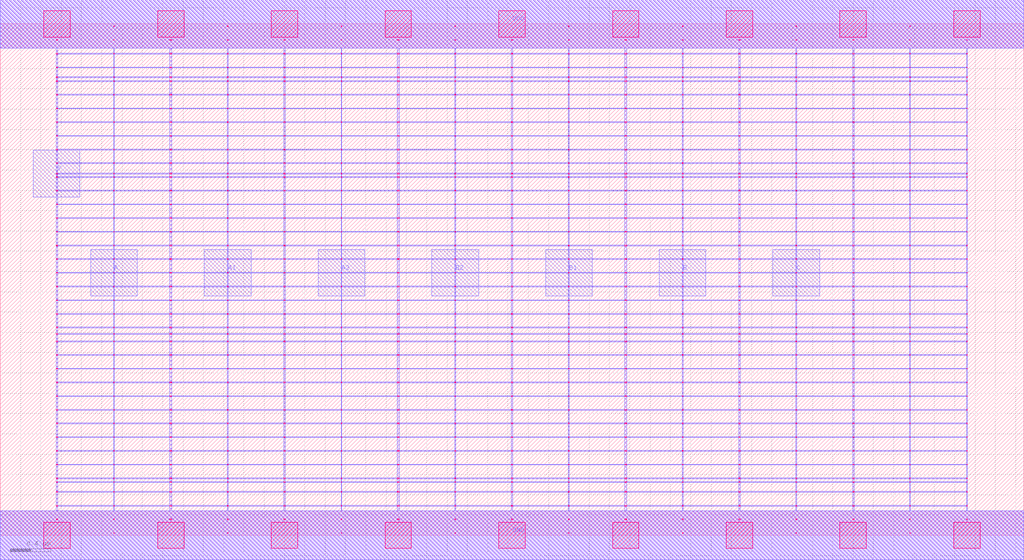
<source format=lef>
MACRO AAOAI331_DEBUG
 CLASS CORE ;
 FOREIGN AAOAI331_DEBUG 0 0 ;
 SIZE 10.08 BY 5.04 ;
 ORIGIN 0 0 ;
 SYMMETRY X Y R90 ;
 SITE unit ;
  PIN VDD
   DIRECTION INOUT ;
   USE SIGNAL ;
   SHAPE ABUTMENT ;
    PORT
     CLASS CORE ;
       LAYER met1 ;
        RECT 0.00000000 4.80000000 10.08000000 5.28000000 ;
       LAYER met2 ;
        RECT 0.00000000 4.80000000 10.08000000 5.28000000 ;
    END
  END VDD

  PIN GND
   DIRECTION INOUT ;
   USE SIGNAL ;
   SHAPE ABUTMENT ;
    PORT
     CLASS CORE ;
       LAYER met1 ;
        RECT 0.00000000 -0.24000000 10.08000000 0.24000000 ;
       LAYER met2 ;
        RECT 0.00000000 -0.24000000 10.08000000 0.24000000 ;
    END
  END GND

  PIN Y
   DIRECTION INOUT ;
   USE SIGNAL ;
   SHAPE ABUTMENT ;
    PORT
     CLASS CORE ;
       LAYER met2 ;
        RECT 0.32500000 3.33500000 0.78500000 3.79500000 ;
    END
  END Y

  PIN B1
   DIRECTION INOUT ;
   USE SIGNAL ;
   SHAPE ABUTMENT ;
    PORT
     CLASS CORE ;
       LAYER met2 ;
        RECT 5.37000000 2.35700000 5.83000000 2.81700000 ;
    END
  END B1

  PIN A1
   DIRECTION INOUT ;
   USE SIGNAL ;
   SHAPE ABUTMENT ;
    PORT
     CLASS CORE ;
       LAYER met2 ;
        RECT 2.01000000 2.35700000 2.47000000 2.81700000 ;
    END
  END A1

  PIN B2
   DIRECTION INOUT ;
   USE SIGNAL ;
   SHAPE ABUTMENT ;
    PORT
     CLASS CORE ;
       LAYER met2 ;
        RECT 4.25000000 2.35700000 4.71000000 2.81700000 ;
    END
  END B2

  PIN B
   DIRECTION INOUT ;
   USE SIGNAL ;
   SHAPE ABUTMENT ;
    PORT
     CLASS CORE ;
       LAYER met2 ;
        RECT 6.49000000 2.35700000 6.95000000 2.81700000 ;
    END
  END B

  PIN A2
   DIRECTION INOUT ;
   USE SIGNAL ;
   SHAPE ABUTMENT ;
    PORT
     CLASS CORE ;
       LAYER met2 ;
        RECT 3.13000000 2.35700000 3.59000000 2.81700000 ;
    END
  END A2

  PIN C
   DIRECTION INOUT ;
   USE SIGNAL ;
   SHAPE ABUTMENT ;
    PORT
     CLASS CORE ;
       LAYER met2 ;
        RECT 7.61000000 2.35700000 8.07000000 2.81700000 ;
    END
  END C

  PIN A
   DIRECTION INOUT ;
   USE SIGNAL ;
   SHAPE ABUTMENT ;
    PORT
     CLASS CORE ;
       LAYER met2 ;
        RECT 0.89000000 2.35700000 1.35000000 2.81700000 ;
    END
  END A

 OBS
    LAYER polycont ;
     RECT 5.03100000 2.58300000 5.04900000 2.59100000 ;
     RECT 5.03100000 2.71800000 5.04900000 2.72600000 ;
     RECT 5.03100000 2.85300000 5.04900000 2.86100000 ;
     RECT 5.03100000 2.98800000 5.04900000 2.99600000 ;
     RECT 7.27100000 2.58300000 7.28900000 2.59100000 ;
     RECT 7.83600000 2.58300000 7.84400000 2.59100000 ;
     RECT 8.39600000 2.58300000 8.40900000 2.59100000 ;
     RECT 8.95600000 2.58300000 8.96400000 2.59100000 ;
     RECT 9.51600000 2.58300000 9.52400000 2.59100000 ;
     RECT 5.59600000 2.58300000 5.60400000 2.59100000 ;
     RECT 5.59600000 2.71800000 5.60400000 2.72600000 ;
     RECT 6.15100000 2.71800000 6.16900000 2.72600000 ;
     RECT 6.71600000 2.71800000 6.72400000 2.72600000 ;
     RECT 7.27100000 2.71800000 7.28900000 2.72600000 ;
     RECT 7.83600000 2.71800000 7.84400000 2.72600000 ;
     RECT 8.39600000 2.71800000 8.40900000 2.72600000 ;
     RECT 8.95600000 2.71800000 8.96400000 2.72600000 ;
     RECT 9.51600000 2.71800000 9.52400000 2.72600000 ;
     RECT 6.15100000 2.58300000 6.16900000 2.59100000 ;
     RECT 5.59600000 2.85300000 5.60400000 2.86100000 ;
     RECT 6.15100000 2.85300000 6.16900000 2.86100000 ;
     RECT 6.71600000 2.85300000 6.72400000 2.86100000 ;
     RECT 7.27100000 2.85300000 7.28900000 2.86100000 ;
     RECT 7.83600000 2.85300000 7.84400000 2.86100000 ;
     RECT 8.39600000 2.85300000 8.40900000 2.86100000 ;
     RECT 8.95600000 2.85300000 8.96400000 2.86100000 ;
     RECT 9.51600000 2.85300000 9.52400000 2.86100000 ;
     RECT 6.71600000 2.58300000 6.72400000 2.59100000 ;
     RECT 5.59600000 2.98800000 5.60400000 2.99600000 ;
     RECT 6.15100000 2.98800000 6.16900000 2.99600000 ;
     RECT 6.71600000 2.98800000 6.72400000 2.99600000 ;
     RECT 7.27100000 2.98800000 7.28900000 2.99600000 ;
     RECT 7.83600000 2.98800000 7.84400000 2.99600000 ;
     RECT 8.39600000 2.98800000 8.40900000 2.99600000 ;
     RECT 8.95600000 2.98800000 8.96400000 2.99600000 ;
     RECT 9.51600000 2.98800000 9.52400000 2.99600000 ;
     RECT 8.95600000 3.12300000 8.96400000 3.13100000 ;
     RECT 9.51600000 3.12300000 9.52400000 3.13100000 ;
     RECT 8.95600000 3.25800000 8.96400000 3.26600000 ;
     RECT 9.51600000 3.25800000 9.52400000 3.26600000 ;
     RECT 8.95600000 3.39300000 8.96400000 3.40100000 ;
     RECT 9.51600000 3.39300000 9.52400000 3.40100000 ;
     RECT 8.95600000 3.52800000 8.96400000 3.53600000 ;
     RECT 9.51600000 3.52800000 9.52400000 3.53600000 ;
     RECT 8.95600000 3.56100000 8.96400000 3.56900000 ;
     RECT 9.51600000 3.56100000 9.52400000 3.56900000 ;
     RECT 8.95600000 3.66300000 8.96400000 3.67100000 ;
     RECT 9.51600000 3.66300000 9.52400000 3.67100000 ;
     RECT 8.95600000 3.79800000 8.96400000 3.80600000 ;
     RECT 9.51600000 3.79800000 9.52400000 3.80600000 ;
     RECT 8.95600000 3.93300000 8.96400000 3.94100000 ;
     RECT 9.51600000 3.93300000 9.52400000 3.94100000 ;
     RECT 8.95600000 4.06800000 8.96400000 4.07600000 ;
     RECT 9.51600000 4.06800000 9.52400000 4.07600000 ;
     RECT 8.95600000 4.20300000 8.96400000 4.21100000 ;
     RECT 9.51600000 4.20300000 9.52400000 4.21100000 ;
     RECT 8.95600000 4.33800000 8.96400000 4.34600000 ;
     RECT 9.51600000 4.33800000 9.52400000 4.34600000 ;
     RECT 8.95600000 4.47300000 8.96400000 4.48100000 ;
     RECT 9.51600000 4.47300000 9.52400000 4.48100000 ;
     RECT 8.95600000 4.51100000 8.96400000 4.51900000 ;
     RECT 9.51600000 4.51100000 9.52400000 4.51900000 ;
     RECT 8.95600000 4.60800000 8.96400000 4.61600000 ;
     RECT 9.51600000 4.60800000 9.52400000 4.61600000 ;
     RECT 8.95600000 4.74300000 8.96400000 4.75100000 ;
     RECT 9.51600000 4.74300000 9.52400000 4.75100000 ;
     RECT 8.95600000 4.87800000 8.96400000 4.88600000 ;
     RECT 9.51600000 4.87800000 9.52400000 4.88600000 ;
     RECT 1.67100000 2.85300000 1.68900000 2.86100000 ;
     RECT 2.23600000 2.85300000 2.24400000 2.86100000 ;
     RECT 2.79100000 2.85300000 2.80900000 2.86100000 ;
     RECT 3.35600000 2.85300000 3.36400000 2.86100000 ;
     RECT 3.91100000 2.85300000 3.92900000 2.86100000 ;
     RECT 4.47600000 2.85300000 4.48400000 2.86100000 ;
     RECT 1.11600000 2.71800000 1.12400000 2.72600000 ;
     RECT 1.67100000 2.71800000 1.68900000 2.72600000 ;
     RECT 2.23600000 2.71800000 2.24400000 2.72600000 ;
     RECT 2.79100000 2.71800000 2.80900000 2.72600000 ;
     RECT 3.35600000 2.71800000 3.36400000 2.72600000 ;
     RECT 3.91100000 2.71800000 3.92900000 2.72600000 ;
     RECT 4.47600000 2.71800000 4.48400000 2.72600000 ;
     RECT 1.11600000 2.58300000 1.12400000 2.59100000 ;
     RECT 1.67100000 2.58300000 1.68900000 2.59100000 ;
     RECT 0.55100000 2.98800000 0.56400000 2.99600000 ;
     RECT 1.11600000 2.98800000 1.12400000 2.99600000 ;
     RECT 1.67100000 2.98800000 1.68900000 2.99600000 ;
     RECT 2.23600000 2.98800000 2.24400000 2.99600000 ;
     RECT 2.79100000 2.98800000 2.80900000 2.99600000 ;
     RECT 3.35600000 2.98800000 3.36400000 2.99600000 ;
     RECT 3.91100000 2.98800000 3.92900000 2.99600000 ;
     RECT 4.47600000 2.98800000 4.48400000 2.99600000 ;
     RECT 2.23600000 2.58300000 2.24400000 2.59100000 ;
     RECT 2.79100000 2.58300000 2.80900000 2.59100000 ;
     RECT 3.35600000 2.58300000 3.36400000 2.59100000 ;
     RECT 3.91100000 2.58300000 3.92900000 2.59100000 ;
     RECT 4.47600000 2.58300000 4.48400000 2.59100000 ;
     RECT 0.55100000 2.58300000 0.56400000 2.59100000 ;
     RECT 0.55100000 2.71800000 0.56400000 2.72600000 ;
     RECT 0.55100000 2.85300000 0.56400000 2.86100000 ;
     RECT 1.11600000 2.85300000 1.12400000 2.86100000 ;
     RECT 7.83600000 0.15300000 7.84400000 0.16100000 ;
     RECT 7.83600000 0.28800000 7.84400000 0.29600000 ;
     RECT 7.83600000 0.42300000 7.84400000 0.43100000 ;
     RECT 7.83600000 0.52100000 7.84400000 0.52900000 ;
     RECT 7.83600000 0.55800000 7.84400000 0.56600000 ;
     RECT 7.83600000 0.69300000 7.84400000 0.70100000 ;
     RECT 7.83600000 0.82800000 7.84400000 0.83600000 ;
     RECT 7.83600000 0.96300000 7.84400000 0.97100000 ;
     RECT 7.83600000 1.09800000 7.84400000 1.10600000 ;
     RECT 7.83600000 1.23300000 7.84400000 1.24100000 ;
     RECT 7.83600000 1.36800000 7.84400000 1.37600000 ;
     RECT 7.83600000 1.50300000 7.84400000 1.51100000 ;
     RECT 7.83600000 1.63800000 7.84400000 1.64600000 ;
     RECT 7.83600000 1.77300000 7.84400000 1.78100000 ;
     RECT 7.83600000 1.90800000 7.84400000 1.91600000 ;
     RECT 7.83600000 1.98100000 7.84400000 1.98900000 ;
     RECT 7.83600000 2.04300000 7.84400000 2.05100000 ;
     RECT 7.83600000 2.17800000 7.84400000 2.18600000 ;
     RECT 7.83600000 2.31300000 7.84400000 2.32100000 ;
     RECT 7.83600000 2.44800000 7.84400000 2.45600000 ;

    LAYER pdiffc ;
     RECT 0.55100000 3.39300000 0.55900000 3.40100000 ;
     RECT 8.40100000 3.39300000 8.40900000 3.40100000 ;
     RECT 0.55100000 3.52800000 0.55900000 3.53600000 ;
     RECT 8.40100000 3.52800000 8.40900000 3.53600000 ;
     RECT 0.55100000 3.56100000 0.55900000 3.56900000 ;
     RECT 8.40100000 3.56100000 8.40900000 3.56900000 ;
     RECT 0.55100000 3.66300000 0.55900000 3.67100000 ;
     RECT 8.40100000 3.66300000 8.40900000 3.67100000 ;
     RECT 0.55100000 3.79800000 0.55900000 3.80600000 ;
     RECT 8.40100000 3.79800000 8.40900000 3.80600000 ;
     RECT 0.55100000 3.93300000 0.55900000 3.94100000 ;
     RECT 8.40100000 3.93300000 8.40900000 3.94100000 ;
     RECT 0.55100000 4.06800000 0.55900000 4.07600000 ;
     RECT 8.40100000 4.06800000 8.40900000 4.07600000 ;
     RECT 0.55100000 4.20300000 0.55900000 4.21100000 ;
     RECT 8.40100000 4.20300000 8.40900000 4.21100000 ;
     RECT 0.55100000 4.33800000 0.55900000 4.34600000 ;
     RECT 8.40100000 4.33800000 8.40900000 4.34600000 ;
     RECT 0.55100000 4.47300000 0.55900000 4.48100000 ;
     RECT 8.40100000 4.47300000 8.40900000 4.48100000 ;
     RECT 0.55100000 4.51100000 0.55900000 4.51900000 ;
     RECT 8.40100000 4.51100000 8.40900000 4.51900000 ;
     RECT 0.55100000 4.60800000 0.55900000 4.61600000 ;
     RECT 8.40100000 4.60800000 8.40900000 4.61600000 ;

    LAYER ndiffc ;
     RECT 5.03100000 0.42300000 5.04900000 0.43100000 ;
     RECT 5.03100000 0.52100000 5.04900000 0.52900000 ;
     RECT 5.03100000 0.55800000 5.04900000 0.56600000 ;
     RECT 5.03100000 0.69300000 5.04900000 0.70100000 ;
     RECT 5.03100000 0.82800000 5.04900000 0.83600000 ;
     RECT 5.03100000 0.96300000 5.04900000 0.97100000 ;
     RECT 5.03100000 1.09800000 5.04900000 1.10600000 ;
     RECT 5.03100000 1.23300000 5.04900000 1.24100000 ;
     RECT 5.03100000 1.36800000 5.04900000 1.37600000 ;
     RECT 5.03100000 1.50300000 5.04900000 1.51100000 ;
     RECT 5.03100000 1.63800000 5.04900000 1.64600000 ;
     RECT 5.03100000 1.77300000 5.04900000 1.78100000 ;
     RECT 5.03100000 1.90800000 5.04900000 1.91600000 ;
     RECT 5.03100000 1.98100000 5.04900000 1.98900000 ;
     RECT 5.03100000 2.04300000 5.04900000 2.05100000 ;
     RECT 8.39600000 0.42300000 8.40900000 0.43100000 ;
     RECT 6.15100000 0.69300000 6.16900000 0.70100000 ;
     RECT 7.27100000 0.69300000 7.28900000 0.70100000 ;
     RECT 8.39600000 0.69300000 8.40900000 0.70100000 ;
     RECT 9.51600000 0.69300000 9.52400000 0.70100000 ;
     RECT 9.51600000 0.42300000 9.52400000 0.43100000 ;
     RECT 6.15100000 0.82800000 6.16900000 0.83600000 ;
     RECT 7.27100000 0.82800000 7.28900000 0.83600000 ;
     RECT 8.39600000 0.82800000 8.40900000 0.83600000 ;
     RECT 9.51600000 0.82800000 9.52400000 0.83600000 ;
     RECT 6.15100000 0.42300000 6.16900000 0.43100000 ;
     RECT 6.15100000 0.96300000 6.16900000 0.97100000 ;
     RECT 7.27100000 0.96300000 7.28900000 0.97100000 ;
     RECT 8.39600000 0.96300000 8.40900000 0.97100000 ;
     RECT 9.51600000 0.96300000 9.52400000 0.97100000 ;
     RECT 6.15100000 0.52100000 6.16900000 0.52900000 ;
     RECT 6.15100000 1.09800000 6.16900000 1.10600000 ;
     RECT 7.27100000 1.09800000 7.28900000 1.10600000 ;
     RECT 8.39600000 1.09800000 8.40900000 1.10600000 ;
     RECT 9.51600000 1.09800000 9.52400000 1.10600000 ;
     RECT 7.27100000 0.52100000 7.28900000 0.52900000 ;
     RECT 6.15100000 1.23300000 6.16900000 1.24100000 ;
     RECT 7.27100000 1.23300000 7.28900000 1.24100000 ;
     RECT 8.39600000 1.23300000 8.40900000 1.24100000 ;
     RECT 9.51600000 1.23300000 9.52400000 1.24100000 ;
     RECT 8.39600000 0.52100000 8.40900000 0.52900000 ;
     RECT 6.15100000 1.36800000 6.16900000 1.37600000 ;
     RECT 7.27100000 1.36800000 7.28900000 1.37600000 ;
     RECT 8.39600000 1.36800000 8.40900000 1.37600000 ;
     RECT 9.51600000 1.36800000 9.52400000 1.37600000 ;
     RECT 9.51600000 0.52100000 9.52400000 0.52900000 ;
     RECT 6.15100000 1.50300000 6.16900000 1.51100000 ;
     RECT 7.27100000 1.50300000 7.28900000 1.51100000 ;
     RECT 8.39600000 1.50300000 8.40900000 1.51100000 ;
     RECT 9.51600000 1.50300000 9.52400000 1.51100000 ;
     RECT 7.27100000 0.42300000 7.28900000 0.43100000 ;
     RECT 6.15100000 1.63800000 6.16900000 1.64600000 ;
     RECT 7.27100000 1.63800000 7.28900000 1.64600000 ;
     RECT 8.39600000 1.63800000 8.40900000 1.64600000 ;
     RECT 9.51600000 1.63800000 9.52400000 1.64600000 ;
     RECT 6.15100000 0.55800000 6.16900000 0.56600000 ;
     RECT 6.15100000 1.77300000 6.16900000 1.78100000 ;
     RECT 7.27100000 1.77300000 7.28900000 1.78100000 ;
     RECT 8.39600000 1.77300000 8.40900000 1.78100000 ;
     RECT 9.51600000 1.77300000 9.52400000 1.78100000 ;
     RECT 7.27100000 0.55800000 7.28900000 0.56600000 ;
     RECT 6.15100000 1.90800000 6.16900000 1.91600000 ;
     RECT 7.27100000 1.90800000 7.28900000 1.91600000 ;
     RECT 8.39600000 1.90800000 8.40900000 1.91600000 ;
     RECT 9.51600000 1.90800000 9.52400000 1.91600000 ;
     RECT 8.39600000 0.55800000 8.40900000 0.56600000 ;
     RECT 6.15100000 1.98100000 6.16900000 1.98900000 ;
     RECT 7.27100000 1.98100000 7.28900000 1.98900000 ;
     RECT 8.39600000 1.98100000 8.40900000 1.98900000 ;
     RECT 9.51600000 1.98100000 9.52400000 1.98900000 ;
     RECT 9.51600000 0.55800000 9.52400000 0.56600000 ;
     RECT 6.15100000 2.04300000 6.16900000 2.05100000 ;
     RECT 7.27100000 2.04300000 7.28900000 2.05100000 ;
     RECT 8.39600000 2.04300000 8.40900000 2.05100000 ;
     RECT 9.51600000 2.04300000 9.52400000 2.05100000 ;
     RECT 3.91100000 1.36800000 3.92900000 1.37600000 ;
     RECT 2.79100000 0.55800000 2.80900000 0.56600000 ;
     RECT 3.91100000 0.55800000 3.92900000 0.56600000 ;
     RECT 1.67100000 0.52100000 1.68900000 0.52900000 ;
     RECT 2.79100000 0.52100000 2.80900000 0.52900000 ;
     RECT 3.91100000 0.52100000 3.92900000 0.52900000 ;
     RECT 0.55100000 1.50300000 0.56400000 1.51100000 ;
     RECT 1.67100000 1.50300000 1.68900000 1.51100000 ;
     RECT 2.79100000 1.50300000 2.80900000 1.51100000 ;
     RECT 3.91100000 1.50300000 3.92900000 1.51100000 ;
     RECT 0.55100000 0.96300000 0.56400000 0.97100000 ;
     RECT 1.67100000 0.96300000 1.68900000 0.97100000 ;
     RECT 2.79100000 0.96300000 2.80900000 0.97100000 ;
     RECT 3.91100000 0.96300000 3.92900000 0.97100000 ;
     RECT 1.67100000 0.42300000 1.68900000 0.43100000 ;
     RECT 0.55100000 1.63800000 0.56400000 1.64600000 ;
     RECT 1.67100000 1.63800000 1.68900000 1.64600000 ;
     RECT 2.79100000 1.63800000 2.80900000 1.64600000 ;
     RECT 3.91100000 1.63800000 3.92900000 1.64600000 ;
     RECT 2.79100000 0.42300000 2.80900000 0.43100000 ;
     RECT 0.55100000 0.69300000 0.56400000 0.70100000 ;
     RECT 1.67100000 0.69300000 1.68900000 0.70100000 ;
     RECT 2.79100000 0.69300000 2.80900000 0.70100000 ;
     RECT 0.55100000 1.09800000 0.56400000 1.10600000 ;
     RECT 0.55100000 1.77300000 0.56400000 1.78100000 ;
     RECT 1.67100000 1.77300000 1.68900000 1.78100000 ;
     RECT 2.79100000 1.77300000 2.80900000 1.78100000 ;
     RECT 3.91100000 1.77300000 3.92900000 1.78100000 ;
     RECT 1.67100000 1.09800000 1.68900000 1.10600000 ;
     RECT 2.79100000 1.09800000 2.80900000 1.10600000 ;
     RECT 3.91100000 1.09800000 3.92900000 1.10600000 ;
     RECT 3.91100000 0.69300000 3.92900000 0.70100000 ;
     RECT 3.91100000 0.42300000 3.92900000 0.43100000 ;
     RECT 0.55100000 1.90800000 0.56400000 1.91600000 ;
     RECT 1.67100000 1.90800000 1.68900000 1.91600000 ;
     RECT 2.79100000 1.90800000 2.80900000 1.91600000 ;
     RECT 3.91100000 1.90800000 3.92900000 1.91600000 ;
     RECT 0.55100000 0.42300000 0.56400000 0.43100000 ;
     RECT 0.55100000 0.52100000 0.56400000 0.52900000 ;
     RECT 0.55100000 0.55800000 0.56400000 0.56600000 ;
     RECT 0.55100000 1.23300000 0.56400000 1.24100000 ;
     RECT 1.67100000 1.23300000 1.68900000 1.24100000 ;
     RECT 0.55100000 1.98100000 0.56400000 1.98900000 ;
     RECT 1.67100000 1.98100000 1.68900000 1.98900000 ;
     RECT 2.79100000 1.98100000 2.80900000 1.98900000 ;
     RECT 3.91100000 1.98100000 3.92900000 1.98900000 ;
     RECT 2.79100000 1.23300000 2.80900000 1.24100000 ;
     RECT 3.91100000 1.23300000 3.92900000 1.24100000 ;
     RECT 1.67100000 0.55800000 1.68900000 0.56600000 ;
     RECT 0.55100000 0.82800000 0.56400000 0.83600000 ;
     RECT 1.67100000 0.82800000 1.68900000 0.83600000 ;
     RECT 0.55100000 2.04300000 0.56400000 2.05100000 ;
     RECT 1.67100000 2.04300000 1.68900000 2.05100000 ;
     RECT 2.79100000 2.04300000 2.80900000 2.05100000 ;
     RECT 3.91100000 2.04300000 3.92900000 2.05100000 ;
     RECT 2.79100000 0.82800000 2.80900000 0.83600000 ;
     RECT 3.91100000 0.82800000 3.92900000 0.83600000 ;
     RECT 0.55100000 1.36800000 0.56400000 1.37600000 ;
     RECT 1.67100000 1.36800000 1.68900000 1.37600000 ;
     RECT 2.79100000 1.36800000 2.80900000 1.37600000 ;

    LAYER met1 ;
     RECT 0.00000000 -0.24000000 10.08000000 0.24000000 ;
     RECT 5.03100000 0.24000000 5.04900000 0.28800000 ;
     RECT 0.55100000 0.28800000 9.52400000 0.29600000 ;
     RECT 5.03100000 0.29600000 5.04900000 0.42300000 ;
     RECT 0.55100000 0.42300000 9.52400000 0.43100000 ;
     RECT 5.03100000 0.43100000 5.04900000 0.52100000 ;
     RECT 0.55100000 0.52100000 9.52400000 0.52900000 ;
     RECT 5.03100000 0.52900000 5.04900000 0.55800000 ;
     RECT 0.55100000 0.55800000 9.52400000 0.56600000 ;
     RECT 5.03100000 0.56600000 5.04900000 0.69300000 ;
     RECT 0.55100000 0.69300000 9.52400000 0.70100000 ;
     RECT 5.03100000 0.70100000 5.04900000 0.82800000 ;
     RECT 0.55100000 0.82800000 9.52400000 0.83600000 ;
     RECT 5.03100000 0.83600000 5.04900000 0.96300000 ;
     RECT 0.55100000 0.96300000 9.52400000 0.97100000 ;
     RECT 5.03100000 0.97100000 5.04900000 1.09800000 ;
     RECT 0.55100000 1.09800000 9.52400000 1.10600000 ;
     RECT 5.03100000 1.10600000 5.04900000 1.23300000 ;
     RECT 0.55100000 1.23300000 9.52400000 1.24100000 ;
     RECT 5.03100000 1.24100000 5.04900000 1.36800000 ;
     RECT 0.55100000 1.36800000 9.52400000 1.37600000 ;
     RECT 5.03100000 1.37600000 5.04900000 1.50300000 ;
     RECT 0.55100000 1.50300000 9.52400000 1.51100000 ;
     RECT 5.03100000 1.51100000 5.04900000 1.63800000 ;
     RECT 0.55100000 1.63800000 9.52400000 1.64600000 ;
     RECT 5.03100000 1.64600000 5.04900000 1.77300000 ;
     RECT 0.55100000 1.77300000 9.52400000 1.78100000 ;
     RECT 5.03100000 1.78100000 5.04900000 1.90800000 ;
     RECT 0.55100000 1.90800000 9.52400000 1.91600000 ;
     RECT 5.03100000 1.91600000 5.04900000 1.98100000 ;
     RECT 0.55100000 1.98100000 9.52400000 1.98900000 ;
     RECT 5.03100000 1.98900000 5.04900000 2.04300000 ;
     RECT 0.55100000 2.04300000 9.52400000 2.05100000 ;
     RECT 5.03100000 2.05100000 5.04900000 2.17800000 ;
     RECT 0.55100000 2.17800000 9.52400000 2.18600000 ;
     RECT 5.03100000 2.18600000 5.04900000 2.31300000 ;
     RECT 0.55100000 2.31300000 9.52400000 2.32100000 ;
     RECT 5.03100000 2.32100000 5.04900000 2.44800000 ;
     RECT 0.55100000 2.44800000 9.52400000 2.45600000 ;
     RECT 0.55100000 2.45600000 0.56400000 2.58300000 ;
     RECT 1.11600000 2.45600000 1.12400000 2.58300000 ;
     RECT 1.67100000 2.45600000 1.68900000 2.58300000 ;
     RECT 2.23600000 2.45600000 2.24400000 2.58300000 ;
     RECT 2.79100000 2.45600000 2.80900000 2.58300000 ;
     RECT 3.35600000 2.45600000 3.36400000 2.58300000 ;
     RECT 3.91100000 2.45600000 3.92900000 2.58300000 ;
     RECT 4.47600000 2.45600000 4.48400000 2.58300000 ;
     RECT 5.03100000 2.45600000 5.04900000 2.58300000 ;
     RECT 5.59600000 2.45600000 5.60400000 2.58300000 ;
     RECT 6.15100000 2.45600000 6.16900000 2.58300000 ;
     RECT 6.71600000 2.45600000 6.72400000 2.58300000 ;
     RECT 7.27100000 2.45600000 7.28900000 2.58300000 ;
     RECT 7.83600000 2.45600000 7.84400000 2.58300000 ;
     RECT 8.39600000 2.45600000 8.40900000 2.58300000 ;
     RECT 8.95600000 2.45600000 8.96400000 2.58300000 ;
     RECT 9.51600000 2.45600000 9.52400000 2.58300000 ;
     RECT 0.55100000 2.58300000 9.52400000 2.59100000 ;
     RECT 5.03100000 2.59100000 5.04900000 2.71800000 ;
     RECT 0.55100000 2.71800000 9.52400000 2.72600000 ;
     RECT 5.03100000 2.72600000 5.04900000 2.85300000 ;
     RECT 0.55100000 2.85300000 9.52400000 2.86100000 ;
     RECT 5.03100000 2.86100000 5.04900000 2.98800000 ;
     RECT 0.55100000 2.98800000 9.52400000 2.99600000 ;
     RECT 5.03100000 2.99600000 5.04900000 3.12300000 ;
     RECT 0.55100000 3.12300000 9.52400000 3.13100000 ;
     RECT 5.03100000 3.13100000 5.04900000 3.25800000 ;
     RECT 0.55100000 3.25800000 9.52400000 3.26600000 ;
     RECT 5.03100000 3.26600000 5.04900000 3.39300000 ;
     RECT 0.55100000 3.39300000 9.52400000 3.40100000 ;
     RECT 5.03100000 3.40100000 5.04900000 3.52800000 ;
     RECT 0.55100000 3.52800000 9.52400000 3.53600000 ;
     RECT 5.03100000 3.53600000 5.04900000 3.56100000 ;
     RECT 0.55100000 3.56100000 9.52400000 3.56900000 ;
     RECT 5.03100000 3.56900000 5.04900000 3.66300000 ;
     RECT 0.55100000 3.66300000 9.52400000 3.67100000 ;
     RECT 5.03100000 3.67100000 5.04900000 3.79800000 ;
     RECT 0.55100000 3.79800000 9.52400000 3.80600000 ;
     RECT 5.03100000 3.80600000 5.04900000 3.93300000 ;
     RECT 0.55100000 3.93300000 9.52400000 3.94100000 ;
     RECT 5.03100000 3.94100000 5.04900000 4.06800000 ;
     RECT 0.55100000 4.06800000 9.52400000 4.07600000 ;
     RECT 5.03100000 4.07600000 5.04900000 4.20300000 ;
     RECT 0.55100000 4.20300000 9.52400000 4.21100000 ;
     RECT 5.03100000 4.21100000 5.04900000 4.33800000 ;
     RECT 0.55100000 4.33800000 9.52400000 4.34600000 ;
     RECT 5.03100000 4.34600000 5.04900000 4.47300000 ;
     RECT 0.55100000 4.47300000 9.52400000 4.48100000 ;
     RECT 5.03100000 4.48100000 5.04900000 4.51100000 ;
     RECT 0.55100000 4.51100000 9.52400000 4.51900000 ;
     RECT 5.03100000 4.51900000 5.04900000 4.60800000 ;
     RECT 0.55100000 4.60800000 9.52400000 4.61600000 ;
     RECT 5.03100000 4.61600000 5.04900000 4.74300000 ;
     RECT 0.55100000 4.74300000 9.52400000 4.75100000 ;
     RECT 5.03100000 4.75100000 5.04900000 4.80000000 ;
     RECT 0.00000000 4.80000000 10.08000000 5.28000000 ;
     RECT 5.59600000 3.80600000 5.60400000 3.93300000 ;
     RECT 6.15100000 3.80600000 6.16900000 3.93300000 ;
     RECT 6.71600000 3.80600000 6.72400000 3.93300000 ;
     RECT 7.27100000 3.80600000 7.28900000 3.93300000 ;
     RECT 7.83600000 3.80600000 7.84400000 3.93300000 ;
     RECT 8.39600000 3.80600000 8.40900000 3.93300000 ;
     RECT 8.95600000 3.80600000 8.96400000 3.93300000 ;
     RECT 9.51600000 3.80600000 9.52400000 3.93300000 ;
     RECT 7.83600000 3.94100000 7.84400000 4.06800000 ;
     RECT 8.39600000 3.94100000 8.40900000 4.06800000 ;
     RECT 8.95600000 3.94100000 8.96400000 4.06800000 ;
     RECT 9.51600000 3.94100000 9.52400000 4.06800000 ;
     RECT 7.83600000 4.07600000 7.84400000 4.20300000 ;
     RECT 8.39600000 4.07600000 8.40900000 4.20300000 ;
     RECT 8.95600000 4.07600000 8.96400000 4.20300000 ;
     RECT 9.51600000 4.07600000 9.52400000 4.20300000 ;
     RECT 7.83600000 4.21100000 7.84400000 4.33800000 ;
     RECT 8.39600000 4.21100000 8.40900000 4.33800000 ;
     RECT 8.95600000 4.21100000 8.96400000 4.33800000 ;
     RECT 9.51600000 4.21100000 9.52400000 4.33800000 ;
     RECT 7.83600000 4.34600000 7.84400000 4.47300000 ;
     RECT 8.39600000 4.34600000 8.40900000 4.47300000 ;
     RECT 8.95600000 4.34600000 8.96400000 4.47300000 ;
     RECT 9.51600000 4.34600000 9.52400000 4.47300000 ;
     RECT 7.83600000 4.48100000 7.84400000 4.51100000 ;
     RECT 8.39600000 4.48100000 8.40900000 4.51100000 ;
     RECT 8.95600000 4.48100000 8.96400000 4.51100000 ;
     RECT 9.51600000 4.48100000 9.52400000 4.51100000 ;
     RECT 7.83600000 4.51900000 7.84400000 4.60800000 ;
     RECT 8.39600000 4.51900000 8.40900000 4.60800000 ;
     RECT 8.95600000 4.51900000 8.96400000 4.60800000 ;
     RECT 9.51600000 4.51900000 9.52400000 4.60800000 ;
     RECT 7.83600000 4.61600000 7.84400000 4.74300000 ;
     RECT 8.39600000 4.61600000 8.40900000 4.74300000 ;
     RECT 8.95600000 4.61600000 8.96400000 4.74300000 ;
     RECT 9.51600000 4.61600000 9.52400000 4.74300000 ;
     RECT 7.83600000 4.75100000 7.84400000 4.80000000 ;
     RECT 8.39600000 4.75100000 8.40900000 4.80000000 ;
     RECT 8.95600000 4.75100000 8.96400000 4.80000000 ;
     RECT 9.51600000 4.75100000 9.52400000 4.80000000 ;
     RECT 5.59600000 4.48100000 5.60400000 4.51100000 ;
     RECT 6.15100000 4.48100000 6.16900000 4.51100000 ;
     RECT 6.71600000 4.48100000 6.72400000 4.51100000 ;
     RECT 7.27100000 4.48100000 7.28900000 4.51100000 ;
     RECT 5.59600000 4.21100000 5.60400000 4.33800000 ;
     RECT 6.15100000 4.21100000 6.16900000 4.33800000 ;
     RECT 6.71600000 4.21100000 6.72400000 4.33800000 ;
     RECT 7.27100000 4.21100000 7.28900000 4.33800000 ;
     RECT 5.59600000 4.51900000 5.60400000 4.60800000 ;
     RECT 6.15100000 4.51900000 6.16900000 4.60800000 ;
     RECT 6.71600000 4.51900000 6.72400000 4.60800000 ;
     RECT 7.27100000 4.51900000 7.28900000 4.60800000 ;
     RECT 5.59600000 4.07600000 5.60400000 4.20300000 ;
     RECT 6.15100000 4.07600000 6.16900000 4.20300000 ;
     RECT 6.71600000 4.07600000 6.72400000 4.20300000 ;
     RECT 7.27100000 4.07600000 7.28900000 4.20300000 ;
     RECT 5.59600000 4.61600000 5.60400000 4.74300000 ;
     RECT 6.15100000 4.61600000 6.16900000 4.74300000 ;
     RECT 6.71600000 4.61600000 6.72400000 4.74300000 ;
     RECT 7.27100000 4.61600000 7.28900000 4.74300000 ;
     RECT 5.59600000 4.34600000 5.60400000 4.47300000 ;
     RECT 6.15100000 4.34600000 6.16900000 4.47300000 ;
     RECT 6.71600000 4.34600000 6.72400000 4.47300000 ;
     RECT 7.27100000 4.34600000 7.28900000 4.47300000 ;
     RECT 5.59600000 4.75100000 5.60400000 4.80000000 ;
     RECT 6.15100000 4.75100000 6.16900000 4.80000000 ;
     RECT 6.71600000 4.75100000 6.72400000 4.80000000 ;
     RECT 7.27100000 4.75100000 7.28900000 4.80000000 ;
     RECT 5.59600000 3.94100000 5.60400000 4.06800000 ;
     RECT 6.15100000 3.94100000 6.16900000 4.06800000 ;
     RECT 6.71600000 3.94100000 6.72400000 4.06800000 ;
     RECT 7.27100000 3.94100000 7.28900000 4.06800000 ;
     RECT 5.59600000 2.59100000 5.60400000 2.71800000 ;
     RECT 6.15100000 2.59100000 6.16900000 2.71800000 ;
     RECT 5.59600000 3.26600000 5.60400000 3.39300000 ;
     RECT 6.15100000 3.26600000 6.16900000 3.39300000 ;
     RECT 5.59600000 2.86100000 5.60400000 2.98800000 ;
     RECT 6.15100000 2.86100000 6.16900000 2.98800000 ;
     RECT 6.71600000 3.26600000 6.72400000 3.39300000 ;
     RECT 7.27100000 3.26600000 7.28900000 3.39300000 ;
     RECT 5.59600000 2.72600000 5.60400000 2.85300000 ;
     RECT 6.15100000 2.72600000 6.16900000 2.85300000 ;
     RECT 5.59600000 3.40100000 5.60400000 3.52800000 ;
     RECT 6.15100000 3.40100000 6.16900000 3.52800000 ;
     RECT 5.59600000 2.99600000 5.60400000 3.12300000 ;
     RECT 6.15100000 2.99600000 6.16900000 3.12300000 ;
     RECT 6.71600000 3.40100000 6.72400000 3.52800000 ;
     RECT 7.27100000 3.40100000 7.28900000 3.52800000 ;
     RECT 6.71600000 2.86100000 6.72400000 2.98800000 ;
     RECT 7.27100000 2.86100000 7.28900000 2.98800000 ;
     RECT 6.71600000 2.72600000 6.72400000 2.85300000 ;
     RECT 7.27100000 2.72600000 7.28900000 2.85300000 ;
     RECT 5.59600000 3.53600000 5.60400000 3.56100000 ;
     RECT 6.15100000 3.53600000 6.16900000 3.56100000 ;
     RECT 6.71600000 2.99600000 6.72400000 3.12300000 ;
     RECT 7.27100000 2.99600000 7.28900000 3.12300000 ;
     RECT 6.71600000 3.53600000 6.72400000 3.56100000 ;
     RECT 7.27100000 3.53600000 7.28900000 3.56100000 ;
     RECT 5.59600000 3.56900000 5.60400000 3.66300000 ;
     RECT 6.15100000 3.56900000 6.16900000 3.66300000 ;
     RECT 6.71600000 3.56900000 6.72400000 3.66300000 ;
     RECT 7.27100000 3.56900000 7.28900000 3.66300000 ;
     RECT 5.59600000 3.67100000 5.60400000 3.79800000 ;
     RECT 6.15100000 3.67100000 6.16900000 3.79800000 ;
     RECT 6.71600000 3.67100000 6.72400000 3.79800000 ;
     RECT 7.27100000 3.67100000 7.28900000 3.79800000 ;
     RECT 6.71600000 2.59100000 6.72400000 2.71800000 ;
     RECT 7.27100000 2.59100000 7.28900000 2.71800000 ;
     RECT 5.59600000 3.13100000 5.60400000 3.25800000 ;
     RECT 6.15100000 3.13100000 6.16900000 3.25800000 ;
     RECT 6.71600000 3.13100000 6.72400000 3.25800000 ;
     RECT 7.27100000 3.13100000 7.28900000 3.25800000 ;
     RECT 8.39600000 2.59100000 8.40900000 2.71800000 ;
     RECT 9.51600000 2.99600000 9.52400000 3.12300000 ;
     RECT 7.83600000 3.13100000 7.84400000 3.25800000 ;
     RECT 7.83600000 3.56900000 7.84400000 3.66300000 ;
     RECT 8.39600000 3.56900000 8.40900000 3.66300000 ;
     RECT 8.95600000 3.56900000 8.96400000 3.66300000 ;
     RECT 9.51600000 3.56900000 9.52400000 3.66300000 ;
     RECT 8.95600000 2.72600000 8.96400000 2.85300000 ;
     RECT 9.51600000 2.72600000 9.52400000 2.85300000 ;
     RECT 8.39600000 3.13100000 8.40900000 3.25800000 ;
     RECT 7.83600000 3.40100000 7.84400000 3.52800000 ;
     RECT 8.39600000 3.40100000 8.40900000 3.52800000 ;
     RECT 8.95600000 3.40100000 8.96400000 3.52800000 ;
     RECT 7.83600000 3.67100000 7.84400000 3.79800000 ;
     RECT 8.39600000 3.67100000 8.40900000 3.79800000 ;
     RECT 8.95600000 3.67100000 8.96400000 3.79800000 ;
     RECT 7.83600000 2.86100000 7.84400000 2.98800000 ;
     RECT 8.39600000 2.86100000 8.40900000 2.98800000 ;
     RECT 9.51600000 3.67100000 9.52400000 3.79800000 ;
     RECT 9.51600000 3.40100000 9.52400000 3.52800000 ;
     RECT 8.95600000 3.13100000 8.96400000 3.25800000 ;
     RECT 7.83600000 3.26600000 7.84400000 3.39300000 ;
     RECT 8.39600000 3.26600000 8.40900000 3.39300000 ;
     RECT 8.95600000 3.26600000 8.96400000 3.39300000 ;
     RECT 9.51600000 3.26600000 9.52400000 3.39300000 ;
     RECT 9.51600000 3.13100000 9.52400000 3.25800000 ;
     RECT 8.95600000 2.86100000 8.96400000 2.98800000 ;
     RECT 9.51600000 2.86100000 9.52400000 2.98800000 ;
     RECT 7.83600000 3.53600000 7.84400000 3.56100000 ;
     RECT 7.83600000 2.99600000 7.84400000 3.12300000 ;
     RECT 8.39600000 2.99600000 8.40900000 3.12300000 ;
     RECT 8.39600000 3.53600000 8.40900000 3.56100000 ;
     RECT 8.95600000 3.53600000 8.96400000 3.56100000 ;
     RECT 9.51600000 3.53600000 9.52400000 3.56100000 ;
     RECT 7.83600000 2.72600000 7.84400000 2.85300000 ;
     RECT 8.39600000 2.72600000 8.40900000 2.85300000 ;
     RECT 8.95600000 2.59100000 8.96400000 2.71800000 ;
     RECT 9.51600000 2.59100000 9.52400000 2.71800000 ;
     RECT 7.83600000 2.59100000 7.84400000 2.71800000 ;
     RECT 8.95600000 2.99600000 8.96400000 3.12300000 ;
     RECT 0.55100000 3.80600000 0.56400000 3.93300000 ;
     RECT 1.11600000 3.80600000 1.12400000 3.93300000 ;
     RECT 1.67100000 3.80600000 1.68900000 3.93300000 ;
     RECT 2.23600000 3.80600000 2.24400000 3.93300000 ;
     RECT 2.79100000 3.80600000 2.80900000 3.93300000 ;
     RECT 3.35600000 3.80600000 3.36400000 3.93300000 ;
     RECT 3.91100000 3.80600000 3.92900000 3.93300000 ;
     RECT 4.47600000 3.80600000 4.48400000 3.93300000 ;
     RECT 2.79100000 4.21100000 2.80900000 4.33800000 ;
     RECT 3.35600000 4.21100000 3.36400000 4.33800000 ;
     RECT 3.91100000 4.21100000 3.92900000 4.33800000 ;
     RECT 4.47600000 4.21100000 4.48400000 4.33800000 ;
     RECT 2.79100000 4.34600000 2.80900000 4.47300000 ;
     RECT 3.35600000 4.34600000 3.36400000 4.47300000 ;
     RECT 3.91100000 4.34600000 3.92900000 4.47300000 ;
     RECT 4.47600000 4.34600000 4.48400000 4.47300000 ;
     RECT 2.79100000 4.48100000 2.80900000 4.51100000 ;
     RECT 3.35600000 4.48100000 3.36400000 4.51100000 ;
     RECT 3.91100000 4.48100000 3.92900000 4.51100000 ;
     RECT 4.47600000 4.48100000 4.48400000 4.51100000 ;
     RECT 2.79100000 4.51900000 2.80900000 4.60800000 ;
     RECT 3.35600000 4.51900000 3.36400000 4.60800000 ;
     RECT 3.91100000 4.51900000 3.92900000 4.60800000 ;
     RECT 4.47600000 4.51900000 4.48400000 4.60800000 ;
     RECT 2.79100000 4.61600000 2.80900000 4.74300000 ;
     RECT 3.35600000 4.61600000 3.36400000 4.74300000 ;
     RECT 3.91100000 4.61600000 3.92900000 4.74300000 ;
     RECT 4.47600000 4.61600000 4.48400000 4.74300000 ;
     RECT 2.79100000 4.75100000 2.80900000 4.80000000 ;
     RECT 3.35600000 4.75100000 3.36400000 4.80000000 ;
     RECT 3.91100000 4.75100000 3.92900000 4.80000000 ;
     RECT 4.47600000 4.75100000 4.48400000 4.80000000 ;
     RECT 2.79100000 3.94100000 2.80900000 4.06800000 ;
     RECT 3.35600000 3.94100000 3.36400000 4.06800000 ;
     RECT 3.91100000 3.94100000 3.92900000 4.06800000 ;
     RECT 4.47600000 3.94100000 4.48400000 4.06800000 ;
     RECT 2.79100000 4.07600000 2.80900000 4.20300000 ;
     RECT 3.35600000 4.07600000 3.36400000 4.20300000 ;
     RECT 3.91100000 4.07600000 3.92900000 4.20300000 ;
     RECT 4.47600000 4.07600000 4.48400000 4.20300000 ;
     RECT 0.55100000 4.51900000 0.56400000 4.60800000 ;
     RECT 1.11600000 4.51900000 1.12400000 4.60800000 ;
     RECT 1.67100000 4.51900000 1.68900000 4.60800000 ;
     RECT 2.23600000 4.51900000 2.24400000 4.60800000 ;
     RECT 0.55100000 4.07600000 0.56400000 4.20300000 ;
     RECT 1.11600000 4.07600000 1.12400000 4.20300000 ;
     RECT 1.67100000 4.07600000 1.68900000 4.20300000 ;
     RECT 2.23600000 4.07600000 2.24400000 4.20300000 ;
     RECT 0.55100000 4.61600000 0.56400000 4.74300000 ;
     RECT 1.11600000 4.61600000 1.12400000 4.74300000 ;
     RECT 1.67100000 4.61600000 1.68900000 4.74300000 ;
     RECT 2.23600000 4.61600000 2.24400000 4.74300000 ;
     RECT 0.55100000 4.34600000 0.56400000 4.47300000 ;
     RECT 1.11600000 4.34600000 1.12400000 4.47300000 ;
     RECT 1.67100000 4.34600000 1.68900000 4.47300000 ;
     RECT 2.23600000 4.34600000 2.24400000 4.47300000 ;
     RECT 0.55100000 4.75100000 0.56400000 4.80000000 ;
     RECT 1.11600000 4.75100000 1.12400000 4.80000000 ;
     RECT 1.67100000 4.75100000 1.68900000 4.80000000 ;
     RECT 2.23600000 4.75100000 2.24400000 4.80000000 ;
     RECT 0.55100000 3.94100000 0.56400000 4.06800000 ;
     RECT 1.11600000 3.94100000 1.12400000 4.06800000 ;
     RECT 1.67100000 3.94100000 1.68900000 4.06800000 ;
     RECT 2.23600000 3.94100000 2.24400000 4.06800000 ;
     RECT 0.55100000 4.48100000 0.56400000 4.51100000 ;
     RECT 1.11600000 4.48100000 1.12400000 4.51100000 ;
     RECT 1.67100000 4.48100000 1.68900000 4.51100000 ;
     RECT 2.23600000 4.48100000 2.24400000 4.51100000 ;
     RECT 0.55100000 4.21100000 0.56400000 4.33800000 ;
     RECT 1.11600000 4.21100000 1.12400000 4.33800000 ;
     RECT 1.67100000 4.21100000 1.68900000 4.33800000 ;
     RECT 2.23600000 4.21100000 2.24400000 4.33800000 ;
     RECT 1.67100000 2.86100000 1.68900000 2.98800000 ;
     RECT 2.23600000 2.86100000 2.24400000 2.98800000 ;
     RECT 0.55100000 3.13100000 0.56400000 3.25800000 ;
     RECT 1.11600000 3.13100000 1.12400000 3.25800000 ;
     RECT 1.67100000 3.13100000 1.68900000 3.25800000 ;
     RECT 2.23600000 3.13100000 2.24400000 3.25800000 ;
     RECT 0.55100000 3.67100000 0.56400000 3.79800000 ;
     RECT 1.11600000 3.67100000 1.12400000 3.79800000 ;
     RECT 1.67100000 3.67100000 1.68900000 3.79800000 ;
     RECT 2.23600000 3.67100000 2.24400000 3.79800000 ;
     RECT 0.55100000 2.59100000 0.56400000 2.71800000 ;
     RECT 1.11600000 2.59100000 1.12400000 2.71800000 ;
     RECT 0.55100000 2.72600000 0.56400000 2.85300000 ;
     RECT 1.11600000 2.72600000 1.12400000 2.85300000 ;
     RECT 0.55100000 2.86100000 0.56400000 2.98800000 ;
     RECT 1.11600000 2.86100000 1.12400000 2.98800000 ;
     RECT 0.55100000 3.53600000 0.56400000 3.56100000 ;
     RECT 1.11600000 3.53600000 1.12400000 3.56100000 ;
     RECT 0.55100000 3.26600000 0.56400000 3.39300000 ;
     RECT 1.11600000 3.26600000 1.12400000 3.39300000 ;
     RECT 1.67100000 3.26600000 1.68900000 3.39300000 ;
     RECT 2.23600000 3.26600000 2.24400000 3.39300000 ;
     RECT 1.67100000 2.59100000 1.68900000 2.71800000 ;
     RECT 2.23600000 2.59100000 2.24400000 2.71800000 ;
     RECT 0.55100000 3.56900000 0.56400000 3.66300000 ;
     RECT 1.11600000 3.56900000 1.12400000 3.66300000 ;
     RECT 1.67100000 3.56900000 1.68900000 3.66300000 ;
     RECT 2.23600000 3.56900000 2.24400000 3.66300000 ;
     RECT 1.67100000 3.53600000 1.68900000 3.56100000 ;
     RECT 2.23600000 3.53600000 2.24400000 3.56100000 ;
     RECT 1.67100000 2.99600000 1.68900000 3.12300000 ;
     RECT 2.23600000 2.99600000 2.24400000 3.12300000 ;
     RECT 0.55100000 3.40100000 0.56400000 3.52800000 ;
     RECT 1.11600000 3.40100000 1.12400000 3.52800000 ;
     RECT 0.55100000 2.99600000 0.56400000 3.12300000 ;
     RECT 1.11600000 2.99600000 1.12400000 3.12300000 ;
     RECT 1.67100000 2.72600000 1.68900000 2.85300000 ;
     RECT 2.23600000 2.72600000 2.24400000 2.85300000 ;
     RECT 1.67100000 3.40100000 1.68900000 3.52800000 ;
     RECT 2.23600000 3.40100000 2.24400000 3.52800000 ;
     RECT 2.79100000 3.67100000 2.80900000 3.79800000 ;
     RECT 3.35600000 3.67100000 3.36400000 3.79800000 ;
     RECT 3.91100000 3.67100000 3.92900000 3.79800000 ;
     RECT 4.47600000 3.67100000 4.48400000 3.79800000 ;
     RECT 2.79100000 3.40100000 2.80900000 3.52800000 ;
     RECT 3.35600000 3.40100000 3.36400000 3.52800000 ;
     RECT 3.91100000 3.40100000 3.92900000 3.52800000 ;
     RECT 4.47600000 3.40100000 4.48400000 3.52800000 ;
     RECT 2.79100000 3.53600000 2.80900000 3.56100000 ;
     RECT 3.35600000 3.53600000 3.36400000 3.56100000 ;
     RECT 3.91100000 3.56900000 3.92900000 3.66300000 ;
     RECT 4.47600000 3.56900000 4.48400000 3.66300000 ;
     RECT 2.79100000 2.86100000 2.80900000 2.98800000 ;
     RECT 3.35600000 2.86100000 3.36400000 2.98800000 ;
     RECT 3.91100000 2.86100000 3.92900000 2.98800000 ;
     RECT 4.47600000 2.86100000 4.48400000 2.98800000 ;
     RECT 2.79100000 3.26600000 2.80900000 3.39300000 ;
     RECT 3.35600000 3.26600000 3.36400000 3.39300000 ;
     RECT 3.91100000 3.26600000 3.92900000 3.39300000 ;
     RECT 4.47600000 3.26600000 4.48400000 3.39300000 ;
     RECT 3.91100000 3.53600000 3.92900000 3.56100000 ;
     RECT 4.47600000 3.53600000 4.48400000 3.56100000 ;
     RECT 2.79100000 2.72600000 2.80900000 2.85300000 ;
     RECT 3.35600000 2.72600000 3.36400000 2.85300000 ;
     RECT 2.79100000 3.13100000 2.80900000 3.25800000 ;
     RECT 3.35600000 3.13100000 3.36400000 3.25800000 ;
     RECT 3.91100000 3.13100000 3.92900000 3.25800000 ;
     RECT 4.47600000 3.13100000 4.48400000 3.25800000 ;
     RECT 3.91100000 2.99600000 3.92900000 3.12300000 ;
     RECT 4.47600000 2.99600000 4.48400000 3.12300000 ;
     RECT 3.91100000 2.59100000 3.92900000 2.71800000 ;
     RECT 4.47600000 2.59100000 4.48400000 2.71800000 ;
     RECT 3.91100000 2.72600000 3.92900000 2.85300000 ;
     RECT 4.47600000 2.72600000 4.48400000 2.85300000 ;
     RECT 2.79100000 3.56900000 2.80900000 3.66300000 ;
     RECT 3.35600000 3.56900000 3.36400000 3.66300000 ;
     RECT 2.79100000 2.99600000 2.80900000 3.12300000 ;
     RECT 3.35600000 2.99600000 3.36400000 3.12300000 ;
     RECT 2.79100000 2.59100000 2.80900000 2.71800000 ;
     RECT 3.35600000 2.59100000 3.36400000 2.71800000 ;
     RECT 0.55100000 1.10600000 0.56400000 1.23300000 ;
     RECT 1.11600000 1.10600000 1.12400000 1.23300000 ;
     RECT 1.67100000 1.10600000 1.68900000 1.23300000 ;
     RECT 2.23600000 1.10600000 2.24400000 1.23300000 ;
     RECT 2.79100000 1.10600000 2.80900000 1.23300000 ;
     RECT 3.35600000 1.10600000 3.36400000 1.23300000 ;
     RECT 3.91100000 1.10600000 3.92900000 1.23300000 ;
     RECT 4.47600000 1.10600000 4.48400000 1.23300000 ;
     RECT 2.79100000 1.51100000 2.80900000 1.63800000 ;
     RECT 3.35600000 1.51100000 3.36400000 1.63800000 ;
     RECT 3.91100000 1.51100000 3.92900000 1.63800000 ;
     RECT 4.47600000 1.51100000 4.48400000 1.63800000 ;
     RECT 2.79100000 1.64600000 2.80900000 1.77300000 ;
     RECT 3.35600000 1.64600000 3.36400000 1.77300000 ;
     RECT 3.91100000 1.64600000 3.92900000 1.77300000 ;
     RECT 4.47600000 1.64600000 4.48400000 1.77300000 ;
     RECT 2.79100000 1.78100000 2.80900000 1.90800000 ;
     RECT 3.35600000 1.78100000 3.36400000 1.90800000 ;
     RECT 3.91100000 1.78100000 3.92900000 1.90800000 ;
     RECT 4.47600000 1.78100000 4.48400000 1.90800000 ;
     RECT 2.79100000 1.91600000 2.80900000 1.98100000 ;
     RECT 3.35600000 1.91600000 3.36400000 1.98100000 ;
     RECT 3.91100000 1.91600000 3.92900000 1.98100000 ;
     RECT 4.47600000 1.91600000 4.48400000 1.98100000 ;
     RECT 2.79100000 1.98900000 2.80900000 2.04300000 ;
     RECT 3.35600000 1.98900000 3.36400000 2.04300000 ;
     RECT 3.91100000 1.98900000 3.92900000 2.04300000 ;
     RECT 4.47600000 1.98900000 4.48400000 2.04300000 ;
     RECT 2.79100000 2.05100000 2.80900000 2.17800000 ;
     RECT 3.35600000 2.05100000 3.36400000 2.17800000 ;
     RECT 3.91100000 2.05100000 3.92900000 2.17800000 ;
     RECT 4.47600000 2.05100000 4.48400000 2.17800000 ;
     RECT 2.79100000 2.18600000 2.80900000 2.31300000 ;
     RECT 3.35600000 2.18600000 3.36400000 2.31300000 ;
     RECT 3.91100000 2.18600000 3.92900000 2.31300000 ;
     RECT 4.47600000 2.18600000 4.48400000 2.31300000 ;
     RECT 2.79100000 2.32100000 2.80900000 2.44800000 ;
     RECT 3.35600000 2.32100000 3.36400000 2.44800000 ;
     RECT 3.91100000 2.32100000 3.92900000 2.44800000 ;
     RECT 4.47600000 2.32100000 4.48400000 2.44800000 ;
     RECT 2.79100000 1.24100000 2.80900000 1.36800000 ;
     RECT 3.35600000 1.24100000 3.36400000 1.36800000 ;
     RECT 3.91100000 1.24100000 3.92900000 1.36800000 ;
     RECT 4.47600000 1.24100000 4.48400000 1.36800000 ;
     RECT 2.79100000 1.37600000 2.80900000 1.50300000 ;
     RECT 3.35600000 1.37600000 3.36400000 1.50300000 ;
     RECT 3.91100000 1.37600000 3.92900000 1.50300000 ;
     RECT 4.47600000 1.37600000 4.48400000 1.50300000 ;
     RECT 0.55100000 1.51100000 0.56400000 1.63800000 ;
     RECT 1.11600000 1.51100000 1.12400000 1.63800000 ;
     RECT 1.67100000 1.51100000 1.68900000 1.63800000 ;
     RECT 2.23600000 1.51100000 2.24400000 1.63800000 ;
     RECT 0.55100000 2.05100000 0.56400000 2.17800000 ;
     RECT 1.11600000 2.05100000 1.12400000 2.17800000 ;
     RECT 1.67100000 2.05100000 1.68900000 2.17800000 ;
     RECT 2.23600000 2.05100000 2.24400000 2.17800000 ;
     RECT 0.55100000 1.78100000 0.56400000 1.90800000 ;
     RECT 1.11600000 1.78100000 1.12400000 1.90800000 ;
     RECT 1.67100000 1.78100000 1.68900000 1.90800000 ;
     RECT 2.23600000 1.78100000 2.24400000 1.90800000 ;
     RECT 0.55100000 2.18600000 0.56400000 2.31300000 ;
     RECT 1.11600000 2.18600000 1.12400000 2.31300000 ;
     RECT 1.67100000 2.18600000 1.68900000 2.31300000 ;
     RECT 2.23600000 2.18600000 2.24400000 2.31300000 ;
     RECT 0.55100000 1.37600000 0.56400000 1.50300000 ;
     RECT 1.11600000 1.37600000 1.12400000 1.50300000 ;
     RECT 1.67100000 1.37600000 1.68900000 1.50300000 ;
     RECT 2.23600000 1.37600000 2.24400000 1.50300000 ;
     RECT 0.55100000 2.32100000 0.56400000 2.44800000 ;
     RECT 1.11600000 2.32100000 1.12400000 2.44800000 ;
     RECT 1.67100000 2.32100000 1.68900000 2.44800000 ;
     RECT 2.23600000 2.32100000 2.24400000 2.44800000 ;
     RECT 0.55100000 1.91600000 0.56400000 1.98100000 ;
     RECT 1.11600000 1.91600000 1.12400000 1.98100000 ;
     RECT 1.67100000 1.91600000 1.68900000 1.98100000 ;
     RECT 2.23600000 1.91600000 2.24400000 1.98100000 ;
     RECT 0.55100000 1.64600000 0.56400000 1.77300000 ;
     RECT 1.11600000 1.64600000 1.12400000 1.77300000 ;
     RECT 1.67100000 1.64600000 1.68900000 1.77300000 ;
     RECT 2.23600000 1.64600000 2.24400000 1.77300000 ;
     RECT 0.55100000 1.98900000 0.56400000 2.04300000 ;
     RECT 1.11600000 1.98900000 1.12400000 2.04300000 ;
     RECT 1.67100000 1.98900000 1.68900000 2.04300000 ;
     RECT 2.23600000 1.98900000 2.24400000 2.04300000 ;
     RECT 0.55100000 1.24100000 0.56400000 1.36800000 ;
     RECT 1.11600000 1.24100000 1.12400000 1.36800000 ;
     RECT 1.67100000 1.24100000 1.68900000 1.36800000 ;
     RECT 2.23600000 1.24100000 2.24400000 1.36800000 ;
     RECT 1.67100000 0.56600000 1.68900000 0.69300000 ;
     RECT 2.23600000 0.56600000 2.24400000 0.69300000 ;
     RECT 0.55100000 0.24000000 0.56400000 0.28800000 ;
     RECT 1.11600000 0.24000000 1.12400000 0.28800000 ;
     RECT 0.55100000 0.70100000 0.56400000 0.82800000 ;
     RECT 1.11600000 0.70100000 1.12400000 0.82800000 ;
     RECT 1.67100000 0.70100000 1.68900000 0.82800000 ;
     RECT 2.23600000 0.70100000 2.24400000 0.82800000 ;
     RECT 0.55100000 0.29600000 0.56400000 0.42300000 ;
     RECT 1.11600000 0.29600000 1.12400000 0.42300000 ;
     RECT 0.55100000 0.83600000 0.56400000 0.96300000 ;
     RECT 1.11600000 0.83600000 1.12400000 0.96300000 ;
     RECT 1.67100000 0.83600000 1.68900000 0.96300000 ;
     RECT 2.23600000 0.83600000 2.24400000 0.96300000 ;
     RECT 1.67100000 0.29600000 1.68900000 0.42300000 ;
     RECT 2.23600000 0.29600000 2.24400000 0.42300000 ;
     RECT 0.55100000 0.97100000 0.56400000 1.09800000 ;
     RECT 1.11600000 0.97100000 1.12400000 1.09800000 ;
     RECT 1.67100000 0.97100000 1.68900000 1.09800000 ;
     RECT 2.23600000 0.97100000 2.24400000 1.09800000 ;
     RECT 0.55100000 0.52900000 0.56400000 0.55800000 ;
     RECT 1.11600000 0.52900000 1.12400000 0.55800000 ;
     RECT 1.67100000 0.52900000 1.68900000 0.55800000 ;
     RECT 2.23600000 0.52900000 2.24400000 0.55800000 ;
     RECT 0.55100000 0.43100000 0.56400000 0.52100000 ;
     RECT 1.11600000 0.43100000 1.12400000 0.52100000 ;
     RECT 1.67100000 0.43100000 1.68900000 0.52100000 ;
     RECT 2.23600000 0.43100000 2.24400000 0.52100000 ;
     RECT 1.67100000 0.24000000 1.68900000 0.28800000 ;
     RECT 2.23600000 0.24000000 2.24400000 0.28800000 ;
     RECT 0.55100000 0.56600000 0.56400000 0.69300000 ;
     RECT 1.11600000 0.56600000 1.12400000 0.69300000 ;
     RECT 2.79100000 0.43100000 2.80900000 0.52100000 ;
     RECT 3.35600000 0.43100000 3.36400000 0.52100000 ;
     RECT 2.79100000 0.83600000 2.80900000 0.96300000 ;
     RECT 3.35600000 0.83600000 3.36400000 0.96300000 ;
     RECT 3.91100000 0.83600000 3.92900000 0.96300000 ;
     RECT 4.47600000 0.83600000 4.48400000 0.96300000 ;
     RECT 2.79100000 0.56600000 2.80900000 0.69300000 ;
     RECT 3.35600000 0.56600000 3.36400000 0.69300000 ;
     RECT 3.91100000 0.56600000 3.92900000 0.69300000 ;
     RECT 4.47600000 0.56600000 4.48400000 0.69300000 ;
     RECT 3.91100000 0.43100000 3.92900000 0.52100000 ;
     RECT 4.47600000 0.43100000 4.48400000 0.52100000 ;
     RECT 2.79100000 0.97100000 2.80900000 1.09800000 ;
     RECT 3.35600000 0.97100000 3.36400000 1.09800000 ;
     RECT 3.91100000 0.97100000 3.92900000 1.09800000 ;
     RECT 4.47600000 0.97100000 4.48400000 1.09800000 ;
     RECT 2.79100000 0.29600000 2.80900000 0.42300000 ;
     RECT 3.35600000 0.29600000 3.36400000 0.42300000 ;
     RECT 2.79100000 0.52900000 2.80900000 0.55800000 ;
     RECT 3.35600000 0.52900000 3.36400000 0.55800000 ;
     RECT 3.91100000 0.52900000 3.92900000 0.55800000 ;
     RECT 4.47600000 0.52900000 4.48400000 0.55800000 ;
     RECT 2.79100000 0.70100000 2.80900000 0.82800000 ;
     RECT 3.35600000 0.70100000 3.36400000 0.82800000 ;
     RECT 3.91100000 0.70100000 3.92900000 0.82800000 ;
     RECT 4.47600000 0.70100000 4.48400000 0.82800000 ;
     RECT 3.91100000 0.29600000 3.92900000 0.42300000 ;
     RECT 4.47600000 0.29600000 4.48400000 0.42300000 ;
     RECT 3.91100000 0.24000000 3.92900000 0.28800000 ;
     RECT 4.47600000 0.24000000 4.48400000 0.28800000 ;
     RECT 2.79100000 0.24000000 2.80900000 0.28800000 ;
     RECT 3.35600000 0.24000000 3.36400000 0.28800000 ;
     RECT 5.59600000 1.10600000 5.60400000 1.23300000 ;
     RECT 6.15100000 1.10600000 6.16900000 1.23300000 ;
     RECT 6.71600000 1.10600000 6.72400000 1.23300000 ;
     RECT 7.27100000 1.10600000 7.28900000 1.23300000 ;
     RECT 7.83600000 1.10600000 7.84400000 1.23300000 ;
     RECT 8.39600000 1.10600000 8.40900000 1.23300000 ;
     RECT 8.95600000 1.10600000 8.96400000 1.23300000 ;
     RECT 9.51600000 1.10600000 9.52400000 1.23300000 ;
     RECT 7.83600000 1.78100000 7.84400000 1.90800000 ;
     RECT 8.39600000 1.78100000 8.40900000 1.90800000 ;
     RECT 8.95600000 1.78100000 8.96400000 1.90800000 ;
     RECT 9.51600000 1.78100000 9.52400000 1.90800000 ;
     RECT 7.83600000 1.91600000 7.84400000 1.98100000 ;
     RECT 8.39600000 1.91600000 8.40900000 1.98100000 ;
     RECT 7.83600000 1.98900000 7.84400000 2.04300000 ;
     RECT 8.39600000 1.98900000 8.40900000 2.04300000 ;
     RECT 8.95600000 1.98900000 8.96400000 2.04300000 ;
     RECT 9.51600000 1.98900000 9.52400000 2.04300000 ;
     RECT 8.95600000 1.91600000 8.96400000 1.98100000 ;
     RECT 9.51600000 1.91600000 9.52400000 1.98100000 ;
     RECT 7.83600000 2.05100000 7.84400000 2.17800000 ;
     RECT 8.39600000 2.05100000 8.40900000 2.17800000 ;
     RECT 8.95600000 2.05100000 8.96400000 2.17800000 ;
     RECT 9.51600000 2.05100000 9.52400000 2.17800000 ;
     RECT 7.83600000 1.24100000 7.84400000 1.36800000 ;
     RECT 8.39600000 1.24100000 8.40900000 1.36800000 ;
     RECT 8.95600000 1.24100000 8.96400000 1.36800000 ;
     RECT 9.51600000 1.24100000 9.52400000 1.36800000 ;
     RECT 7.83600000 2.18600000 7.84400000 2.31300000 ;
     RECT 8.39600000 2.18600000 8.40900000 2.31300000 ;
     RECT 8.95600000 2.18600000 8.96400000 2.31300000 ;
     RECT 9.51600000 2.18600000 9.52400000 2.31300000 ;
     RECT 7.83600000 2.32100000 7.84400000 2.44800000 ;
     RECT 8.39600000 2.32100000 8.40900000 2.44800000 ;
     RECT 8.95600000 2.32100000 8.96400000 2.44800000 ;
     RECT 9.51600000 2.32100000 9.52400000 2.44800000 ;
     RECT 7.83600000 1.37600000 7.84400000 1.50300000 ;
     RECT 8.39600000 1.37600000 8.40900000 1.50300000 ;
     RECT 8.95600000 1.37600000 8.96400000 1.50300000 ;
     RECT 9.51600000 1.37600000 9.52400000 1.50300000 ;
     RECT 7.83600000 1.51100000 7.84400000 1.63800000 ;
     RECT 8.39600000 1.51100000 8.40900000 1.63800000 ;
     RECT 8.95600000 1.51100000 8.96400000 1.63800000 ;
     RECT 9.51600000 1.51100000 9.52400000 1.63800000 ;
     RECT 7.83600000 1.64600000 7.84400000 1.77300000 ;
     RECT 8.39600000 1.64600000 8.40900000 1.77300000 ;
     RECT 8.95600000 1.64600000 8.96400000 1.77300000 ;
     RECT 9.51600000 1.64600000 9.52400000 1.77300000 ;
     RECT 7.27100000 2.18600000 7.28900000 2.31300000 ;
     RECT 5.59600000 1.98900000 5.60400000 2.04300000 ;
     RECT 5.59600000 2.05100000 5.60400000 2.17800000 ;
     RECT 6.15100000 2.05100000 6.16900000 2.17800000 ;
     RECT 6.71600000 2.05100000 6.72400000 2.17800000 ;
     RECT 5.59600000 2.32100000 5.60400000 2.44800000 ;
     RECT 6.15100000 2.32100000 6.16900000 2.44800000 ;
     RECT 6.71600000 2.32100000 6.72400000 2.44800000 ;
     RECT 7.27100000 2.32100000 7.28900000 2.44800000 ;
     RECT 7.27100000 2.05100000 7.28900000 2.17800000 ;
     RECT 6.15100000 1.98900000 6.16900000 2.04300000 ;
     RECT 6.71600000 1.98900000 6.72400000 2.04300000 ;
     RECT 7.27100000 1.98900000 7.28900000 2.04300000 ;
     RECT 5.59600000 1.37600000 5.60400000 1.50300000 ;
     RECT 6.15100000 1.37600000 6.16900000 1.50300000 ;
     RECT 6.71600000 1.37600000 6.72400000 1.50300000 ;
     RECT 7.27100000 1.37600000 7.28900000 1.50300000 ;
     RECT 7.27100000 1.78100000 7.28900000 1.90800000 ;
     RECT 5.59600000 1.24100000 5.60400000 1.36800000 ;
     RECT 6.15100000 1.24100000 6.16900000 1.36800000 ;
     RECT 6.71600000 1.24100000 6.72400000 1.36800000 ;
     RECT 5.59600000 1.51100000 5.60400000 1.63800000 ;
     RECT 6.15100000 1.51100000 6.16900000 1.63800000 ;
     RECT 6.71600000 1.51100000 6.72400000 1.63800000 ;
     RECT 7.27100000 1.51100000 7.28900000 1.63800000 ;
     RECT 7.27100000 1.24100000 7.28900000 1.36800000 ;
     RECT 5.59600000 1.91600000 5.60400000 1.98100000 ;
     RECT 6.15100000 1.91600000 6.16900000 1.98100000 ;
     RECT 6.71600000 1.91600000 6.72400000 1.98100000 ;
     RECT 5.59600000 1.64600000 5.60400000 1.77300000 ;
     RECT 6.15100000 1.64600000 6.16900000 1.77300000 ;
     RECT 6.71600000 1.64600000 6.72400000 1.77300000 ;
     RECT 7.27100000 1.64600000 7.28900000 1.77300000 ;
     RECT 7.27100000 1.91600000 7.28900000 1.98100000 ;
     RECT 5.59600000 2.18600000 5.60400000 2.31300000 ;
     RECT 6.15100000 2.18600000 6.16900000 2.31300000 ;
     RECT 6.71600000 2.18600000 6.72400000 2.31300000 ;
     RECT 5.59600000 1.78100000 5.60400000 1.90800000 ;
     RECT 6.15100000 1.78100000 6.16900000 1.90800000 ;
     RECT 6.71600000 1.78100000 6.72400000 1.90800000 ;
     RECT 6.15100000 0.83600000 6.16900000 0.96300000 ;
     RECT 5.59600000 0.56600000 5.60400000 0.69300000 ;
     RECT 6.15100000 0.56600000 6.16900000 0.69300000 ;
     RECT 6.71600000 0.56600000 6.72400000 0.69300000 ;
     RECT 7.27100000 0.56600000 7.28900000 0.69300000 ;
     RECT 6.71600000 0.29600000 6.72400000 0.42300000 ;
     RECT 7.27100000 0.29600000 7.28900000 0.42300000 ;
     RECT 5.59600000 0.70100000 5.60400000 0.82800000 ;
     RECT 6.15100000 0.70100000 6.16900000 0.82800000 ;
     RECT 6.71600000 0.83600000 6.72400000 0.96300000 ;
     RECT 7.27100000 0.83600000 7.28900000 0.96300000 ;
     RECT 6.71600000 0.70100000 6.72400000 0.82800000 ;
     RECT 7.27100000 0.70100000 7.28900000 0.82800000 ;
     RECT 6.71600000 0.24000000 6.72400000 0.28800000 ;
     RECT 7.27100000 0.24000000 7.28900000 0.28800000 ;
     RECT 6.71600000 0.43100000 6.72400000 0.52100000 ;
     RECT 7.27100000 0.43100000 7.28900000 0.52100000 ;
     RECT 5.59600000 0.52900000 5.60400000 0.55800000 ;
     RECT 6.15100000 0.52900000 6.16900000 0.55800000 ;
     RECT 5.59600000 0.24000000 5.60400000 0.28800000 ;
     RECT 6.15100000 0.24000000 6.16900000 0.28800000 ;
     RECT 5.59600000 0.29600000 5.60400000 0.42300000 ;
     RECT 6.15100000 0.29600000 6.16900000 0.42300000 ;
     RECT 5.59600000 0.43100000 5.60400000 0.52100000 ;
     RECT 6.15100000 0.43100000 6.16900000 0.52100000 ;
     RECT 5.59600000 0.97100000 5.60400000 1.09800000 ;
     RECT 6.15100000 0.97100000 6.16900000 1.09800000 ;
     RECT 6.71600000 0.97100000 6.72400000 1.09800000 ;
     RECT 7.27100000 0.97100000 7.28900000 1.09800000 ;
     RECT 6.71600000 0.52900000 6.72400000 0.55800000 ;
     RECT 7.27100000 0.52900000 7.28900000 0.55800000 ;
     RECT 5.59600000 0.83600000 5.60400000 0.96300000 ;
     RECT 9.51600000 0.29600000 9.52400000 0.42300000 ;
     RECT 8.95600000 0.43100000 8.96400000 0.52100000 ;
     RECT 9.51600000 0.43100000 9.52400000 0.52100000 ;
     RECT 7.83600000 0.83600000 7.84400000 0.96300000 ;
     RECT 8.39600000 0.83600000 8.40900000 0.96300000 ;
     RECT 8.95600000 0.83600000 8.96400000 0.96300000 ;
     RECT 9.51600000 0.83600000 9.52400000 0.96300000 ;
     RECT 8.95600000 0.52900000 8.96400000 0.55800000 ;
     RECT 9.51600000 0.52900000 9.52400000 0.55800000 ;
     RECT 8.95600000 0.24000000 8.96400000 0.28800000 ;
     RECT 9.51600000 0.24000000 9.52400000 0.28800000 ;
     RECT 8.95600000 0.97100000 8.96400000 1.09800000 ;
     RECT 9.51600000 0.97100000 9.52400000 1.09800000 ;
     RECT 7.83600000 0.70100000 7.84400000 0.82800000 ;
     RECT 8.39600000 0.70100000 8.40900000 0.82800000 ;
     RECT 7.83600000 0.24000000 7.84400000 0.28800000 ;
     RECT 8.39600000 0.24000000 8.40900000 0.28800000 ;
     RECT 8.95600000 0.70100000 8.96400000 0.82800000 ;
     RECT 9.51600000 0.70100000 9.52400000 0.82800000 ;
     RECT 7.83600000 0.29600000 7.84400000 0.42300000 ;
     RECT 8.39600000 0.29600000 8.40900000 0.42300000 ;
     RECT 7.83600000 0.52900000 7.84400000 0.55800000 ;
     RECT 8.39600000 0.52900000 8.40900000 0.55800000 ;
     RECT 7.83600000 0.97100000 7.84400000 1.09800000 ;
     RECT 8.39600000 0.97100000 8.40900000 1.09800000 ;
     RECT 7.83600000 0.56600000 7.84400000 0.69300000 ;
     RECT 8.39600000 0.56600000 8.40900000 0.69300000 ;
     RECT 8.95600000 0.56600000 8.96400000 0.69300000 ;
     RECT 9.51600000 0.56600000 9.52400000 0.69300000 ;
     RECT 7.83600000 0.43100000 7.84400000 0.52100000 ;
     RECT 8.39600000 0.43100000 8.40900000 0.52100000 ;
     RECT 8.95600000 0.29600000 8.96400000 0.42300000 ;

    LAYER via1 ;
     RECT 4.91000000 -0.13000000 5.17000000 0.13000000 ;
     RECT 5.03100000 0.15300000 5.04900000 0.16100000 ;
     RECT 5.03100000 0.28800000 5.04900000 0.29600000 ;
     RECT 5.03100000 0.42300000 5.04900000 0.43100000 ;
     RECT 5.03100000 0.52100000 5.04900000 0.52900000 ;
     RECT 5.03100000 0.55800000 5.04900000 0.56600000 ;
     RECT 5.03100000 0.69300000 5.04900000 0.70100000 ;
     RECT 5.03100000 0.82800000 5.04900000 0.83600000 ;
     RECT 5.03100000 0.96300000 5.04900000 0.97100000 ;
     RECT 5.03100000 1.09800000 5.04900000 1.10600000 ;
     RECT 5.03100000 1.23300000 5.04900000 1.24100000 ;
     RECT 5.03100000 1.36800000 5.04900000 1.37600000 ;
     RECT 5.03100000 1.50300000 5.04900000 1.51100000 ;
     RECT 5.03100000 1.63800000 5.04900000 1.64600000 ;
     RECT 5.03100000 1.77300000 5.04900000 1.78100000 ;
     RECT 5.03100000 1.90800000 5.04900000 1.91600000 ;
     RECT 5.03100000 1.98100000 5.04900000 1.98900000 ;
     RECT 5.03100000 2.04300000 5.04900000 2.05100000 ;
     RECT 5.03100000 2.17800000 5.04900000 2.18600000 ;
     RECT 5.03100000 2.31300000 5.04900000 2.32100000 ;
     RECT 5.03100000 2.44800000 5.04900000 2.45600000 ;
     RECT 5.03100000 2.58300000 5.04900000 2.59100000 ;
     RECT 5.03100000 2.71800000 5.04900000 2.72600000 ;
     RECT 5.03100000 2.85300000 5.04900000 2.86100000 ;
     RECT 5.03100000 2.98800000 5.04900000 2.99600000 ;
     RECT 5.03100000 3.12300000 5.04900000 3.13100000 ;
     RECT 5.03100000 3.25800000 5.04900000 3.26600000 ;
     RECT 5.03100000 3.39300000 5.04900000 3.40100000 ;
     RECT 5.03100000 3.52800000 5.04900000 3.53600000 ;
     RECT 5.03100000 3.56100000 5.04900000 3.56900000 ;
     RECT 5.03100000 3.66300000 5.04900000 3.67100000 ;
     RECT 5.03100000 3.79800000 5.04900000 3.80600000 ;
     RECT 5.03100000 3.93300000 5.04900000 3.94100000 ;
     RECT 5.03100000 4.06800000 5.04900000 4.07600000 ;
     RECT 5.03100000 4.20300000 5.04900000 4.21100000 ;
     RECT 5.03100000 4.33800000 5.04900000 4.34600000 ;
     RECT 5.03100000 4.47300000 5.04900000 4.48100000 ;
     RECT 5.03100000 4.51100000 5.04900000 4.51900000 ;
     RECT 5.03100000 4.60800000 5.04900000 4.61600000 ;
     RECT 5.03100000 4.74300000 5.04900000 4.75100000 ;
     RECT 5.03100000 4.87800000 5.04900000 4.88600000 ;
     RECT 4.91000000 4.91000000 5.17000000 5.17000000 ;
     RECT 7.15000000 4.91000000 7.41000000 5.17000000 ;
     RECT 8.39600000 3.93300000 8.40900000 3.94100000 ;
     RECT 8.95600000 3.93300000 8.96400000 3.94100000 ;
     RECT 9.51600000 3.93300000 9.52400000 3.94100000 ;
     RECT 7.83600000 4.06800000 7.84400000 4.07600000 ;
     RECT 8.39600000 4.06800000 8.40900000 4.07600000 ;
     RECT 8.95600000 4.06800000 8.96400000 4.07600000 ;
     RECT 9.51600000 4.06800000 9.52400000 4.07600000 ;
     RECT 7.83600000 4.20300000 7.84400000 4.21100000 ;
     RECT 8.39600000 4.20300000 8.40900000 4.21100000 ;
     RECT 8.95600000 4.20300000 8.96400000 4.21100000 ;
     RECT 9.51600000 4.20300000 9.52400000 4.21100000 ;
     RECT 7.83600000 4.33800000 7.84400000 4.34600000 ;
     RECT 8.39600000 4.33800000 8.40900000 4.34600000 ;
     RECT 8.95600000 4.33800000 8.96400000 4.34600000 ;
     RECT 9.51600000 4.33800000 9.52400000 4.34600000 ;
     RECT 7.83600000 4.47300000 7.84400000 4.48100000 ;
     RECT 8.39600000 4.47300000 8.40900000 4.48100000 ;
     RECT 8.95600000 4.47300000 8.96400000 4.48100000 ;
     RECT 9.51600000 4.47300000 9.52400000 4.48100000 ;
     RECT 7.83600000 4.51100000 7.84400000 4.51900000 ;
     RECT 8.39600000 4.51100000 8.40900000 4.51900000 ;
     RECT 8.95600000 4.51100000 8.96400000 4.51900000 ;
     RECT 9.51600000 4.51100000 9.52400000 4.51900000 ;
     RECT 7.83600000 4.60800000 7.84400000 4.61600000 ;
     RECT 8.39600000 4.60800000 8.40900000 4.61600000 ;
     RECT 8.95600000 4.60800000 8.96400000 4.61600000 ;
     RECT 9.51600000 4.60800000 9.52400000 4.61600000 ;
     RECT 7.83600000 4.74300000 7.84400000 4.75100000 ;
     RECT 8.39600000 4.74300000 8.40900000 4.75100000 ;
     RECT 8.95600000 4.74300000 8.96400000 4.75100000 ;
     RECT 9.51600000 4.74300000 9.52400000 4.75100000 ;
     RECT 7.83600000 4.87800000 7.84400000 4.88600000 ;
     RECT 8.39600000 4.87800000 8.40900000 4.88600000 ;
     RECT 8.95600000 4.87800000 8.96400000 4.88600000 ;
     RECT 9.51600000 4.87800000 9.52400000 4.88600000 ;
     RECT 7.83600000 5.01300000 7.84400000 5.02100000 ;
     RECT 8.95600000 5.01300000 8.96400000 5.02100000 ;
     RECT 7.83600000 3.93300000 7.84400000 3.94100000 ;
     RECT 8.27000000 4.91000000 8.53000000 5.17000000 ;
     RECT 9.39000000 4.91000000 9.65000000 5.17000000 ;
     RECT 6.15100000 4.51100000 6.16900000 4.51900000 ;
     RECT 6.71600000 4.51100000 6.72400000 4.51900000 ;
     RECT 7.27100000 4.51100000 7.28900000 4.51900000 ;
     RECT 5.59600000 4.06800000 5.60400000 4.07600000 ;
     RECT 6.15100000 4.06800000 6.16900000 4.07600000 ;
     RECT 6.71600000 4.06800000 6.72400000 4.07600000 ;
     RECT 7.27100000 4.06800000 7.28900000 4.07600000 ;
     RECT 5.59600000 4.60800000 5.60400000 4.61600000 ;
     RECT 6.15100000 4.60800000 6.16900000 4.61600000 ;
     RECT 6.71600000 4.60800000 6.72400000 4.61600000 ;
     RECT 7.27100000 4.60800000 7.28900000 4.61600000 ;
     RECT 5.59600000 4.33800000 5.60400000 4.34600000 ;
     RECT 6.15100000 4.33800000 6.16900000 4.34600000 ;
     RECT 6.71600000 4.33800000 6.72400000 4.34600000 ;
     RECT 7.27100000 4.33800000 7.28900000 4.34600000 ;
     RECT 5.59600000 4.74300000 5.60400000 4.75100000 ;
     RECT 6.15100000 4.74300000 6.16900000 4.75100000 ;
     RECT 6.71600000 4.74300000 6.72400000 4.75100000 ;
     RECT 7.27100000 4.74300000 7.28900000 4.75100000 ;
     RECT 5.59600000 3.93300000 5.60400000 3.94100000 ;
     RECT 6.15100000 3.93300000 6.16900000 3.94100000 ;
     RECT 6.71600000 3.93300000 6.72400000 3.94100000 ;
     RECT 7.27100000 3.93300000 7.28900000 3.94100000 ;
     RECT 5.59600000 4.87800000 5.60400000 4.88600000 ;
     RECT 6.15100000 4.87800000 6.16900000 4.88600000 ;
     RECT 6.71600000 4.87800000 6.72400000 4.88600000 ;
     RECT 7.27100000 4.87800000 7.28900000 4.88600000 ;
     RECT 5.59600000 4.47300000 5.60400000 4.48100000 ;
     RECT 6.15100000 4.47300000 6.16900000 4.48100000 ;
     RECT 6.71600000 4.47300000 6.72400000 4.48100000 ;
     RECT 7.27100000 4.47300000 7.28900000 4.48100000 ;
     RECT 5.59600000 5.01300000 5.60400000 5.02100000 ;
     RECT 6.71600000 5.01300000 6.72400000 5.02100000 ;
     RECT 5.59600000 4.20300000 5.60400000 4.21100000 ;
     RECT 6.15100000 4.20300000 6.16900000 4.21100000 ;
     RECT 6.03000000 4.91000000 6.29000000 5.17000000 ;
     RECT 6.71600000 4.20300000 6.72400000 4.21100000 ;
     RECT 7.27100000 4.20300000 7.28900000 4.21100000 ;
     RECT 5.59600000 4.51100000 5.60400000 4.51900000 ;
     RECT 6.71600000 2.85300000 6.72400000 2.86100000 ;
     RECT 7.27100000 2.85300000 7.28900000 2.86100000 ;
     RECT 6.71600000 2.58300000 6.72400000 2.59100000 ;
     RECT 5.59600000 2.98800000 5.60400000 2.99600000 ;
     RECT 6.15100000 2.98800000 6.16900000 2.99600000 ;
     RECT 6.71600000 2.98800000 6.72400000 2.99600000 ;
     RECT 7.27100000 2.98800000 7.28900000 2.99600000 ;
     RECT 7.27100000 2.58300000 7.28900000 2.59100000 ;
     RECT 6.71600000 2.71800000 6.72400000 2.72600000 ;
     RECT 5.59600000 3.12300000 5.60400000 3.13100000 ;
     RECT 6.15100000 3.12300000 6.16900000 3.13100000 ;
     RECT 6.71600000 3.12300000 6.72400000 3.13100000 ;
     RECT 7.27100000 3.12300000 7.28900000 3.13100000 ;
     RECT 5.59600000 3.25800000 5.60400000 3.26600000 ;
     RECT 6.15100000 3.25800000 6.16900000 3.26600000 ;
     RECT 6.71600000 3.25800000 6.72400000 3.26600000 ;
     RECT 7.27100000 3.25800000 7.28900000 3.26600000 ;
     RECT 6.15100000 2.58300000 6.16900000 2.59100000 ;
     RECT 7.27100000 2.71800000 7.28900000 2.72600000 ;
     RECT 5.59600000 3.39300000 5.60400000 3.40100000 ;
     RECT 6.15100000 3.39300000 6.16900000 3.40100000 ;
     RECT 6.71600000 3.39300000 6.72400000 3.40100000 ;
     RECT 7.27100000 3.39300000 7.28900000 3.40100000 ;
     RECT 5.59600000 3.52800000 5.60400000 3.53600000 ;
     RECT 6.15100000 3.52800000 6.16900000 3.53600000 ;
     RECT 6.71600000 3.52800000 6.72400000 3.53600000 ;
     RECT 5.59600000 2.85300000 5.60400000 2.86100000 ;
     RECT 7.27100000 3.52800000 7.28900000 3.53600000 ;
     RECT 5.59600000 3.56100000 5.60400000 3.56900000 ;
     RECT 6.15100000 3.56100000 6.16900000 3.56900000 ;
     RECT 6.71600000 3.56100000 6.72400000 3.56900000 ;
     RECT 7.27100000 3.56100000 7.28900000 3.56900000 ;
     RECT 5.59600000 2.58300000 5.60400000 2.59100000 ;
     RECT 5.59600000 3.66300000 5.60400000 3.67100000 ;
     RECT 6.15100000 3.66300000 6.16900000 3.67100000 ;
     RECT 6.71600000 3.66300000 6.72400000 3.67100000 ;
     RECT 7.27100000 3.66300000 7.28900000 3.67100000 ;
     RECT 5.59600000 2.71800000 5.60400000 2.72600000 ;
     RECT 5.59600000 3.79800000 5.60400000 3.80600000 ;
     RECT 6.15100000 2.85300000 6.16900000 2.86100000 ;
     RECT 6.15100000 3.79800000 6.16900000 3.80600000 ;
     RECT 6.71600000 3.79800000 6.72400000 3.80600000 ;
     RECT 7.27100000 3.79800000 7.28900000 3.80600000 ;
     RECT 6.15100000 2.71800000 6.16900000 2.72600000 ;
     RECT 9.51600000 3.39300000 9.52400000 3.40100000 ;
     RECT 8.95600000 2.58300000 8.96400000 2.59100000 ;
     RECT 7.83600000 3.12300000 7.84400000 3.13100000 ;
     RECT 8.39600000 3.12300000 8.40900000 3.13100000 ;
     RECT 8.95600000 3.12300000 8.96400000 3.13100000 ;
     RECT 9.51600000 3.12300000 9.52400000 3.13100000 ;
     RECT 7.83600000 3.52800000 7.84400000 3.53600000 ;
     RECT 8.39600000 3.52800000 8.40900000 3.53600000 ;
     RECT 9.51600000 2.71800000 9.52400000 2.72600000 ;
     RECT 8.95600000 3.52800000 8.96400000 3.53600000 ;
     RECT 9.51600000 3.52800000 9.52400000 3.53600000 ;
     RECT 9.51600000 2.58300000 9.52400000 2.59100000 ;
     RECT 7.83600000 2.58300000 7.84400000 2.59100000 ;
     RECT 8.39600000 2.98800000 8.40900000 2.99600000 ;
     RECT 8.95600000 2.98800000 8.96400000 2.99600000 ;
     RECT 9.51600000 2.98800000 9.52400000 2.99600000 ;
     RECT 7.83600000 3.56100000 7.84400000 3.56900000 ;
     RECT 8.39600000 3.56100000 8.40900000 3.56900000 ;
     RECT 8.95600000 3.56100000 8.96400000 3.56900000 ;
     RECT 9.51600000 3.56100000 9.52400000 3.56900000 ;
     RECT 8.39600000 2.85300000 8.40900000 2.86100000 ;
     RECT 7.83600000 3.25800000 7.84400000 3.26600000 ;
     RECT 8.39600000 3.25800000 8.40900000 3.26600000 ;
     RECT 8.95600000 3.25800000 8.96400000 3.26600000 ;
     RECT 9.51600000 3.25800000 9.52400000 3.26600000 ;
     RECT 7.83600000 2.71800000 7.84400000 2.72600000 ;
     RECT 7.83600000 3.66300000 7.84400000 3.67100000 ;
     RECT 8.39600000 3.66300000 8.40900000 3.67100000 ;
     RECT 8.95600000 3.66300000 8.96400000 3.67100000 ;
     RECT 9.51600000 3.66300000 9.52400000 3.67100000 ;
     RECT 8.39600000 2.58300000 8.40900000 2.59100000 ;
     RECT 8.95600000 2.85300000 8.96400000 2.86100000 ;
     RECT 9.51600000 2.85300000 9.52400000 2.86100000 ;
     RECT 7.83600000 2.85300000 7.84400000 2.86100000 ;
     RECT 8.39600000 2.71800000 8.40900000 2.72600000 ;
     RECT 7.83600000 2.98800000 7.84400000 2.99600000 ;
     RECT 7.83600000 3.79800000 7.84400000 3.80600000 ;
     RECT 8.39600000 3.79800000 8.40900000 3.80600000 ;
     RECT 8.95600000 3.79800000 8.96400000 3.80600000 ;
     RECT 9.51600000 3.79800000 9.52400000 3.80600000 ;
     RECT 7.83600000 3.39300000 7.84400000 3.40100000 ;
     RECT 8.39600000 3.39300000 8.40900000 3.40100000 ;
     RECT 8.95600000 3.39300000 8.96400000 3.40100000 ;
     RECT 8.95600000 2.71800000 8.96400000 2.72600000 ;
     RECT 2.67000000 4.91000000 2.93000000 5.17000000 ;
     RECT 3.35600000 3.93300000 3.36400000 3.94100000 ;
     RECT 3.91100000 3.93300000 3.92900000 3.94100000 ;
     RECT 4.47600000 3.93300000 4.48400000 3.94100000 ;
     RECT 2.79100000 4.06800000 2.80900000 4.07600000 ;
     RECT 3.35600000 4.06800000 3.36400000 4.07600000 ;
     RECT 3.91100000 4.06800000 3.92900000 4.07600000 ;
     RECT 4.47600000 4.06800000 4.48400000 4.07600000 ;
     RECT 2.79100000 4.20300000 2.80900000 4.21100000 ;
     RECT 3.35600000 4.20300000 3.36400000 4.21100000 ;
     RECT 3.91100000 4.20300000 3.92900000 4.21100000 ;
     RECT 4.47600000 4.20300000 4.48400000 4.21100000 ;
     RECT 2.79100000 4.33800000 2.80900000 4.34600000 ;
     RECT 3.35600000 4.33800000 3.36400000 4.34600000 ;
     RECT 3.91100000 4.33800000 3.92900000 4.34600000 ;
     RECT 4.47600000 4.33800000 4.48400000 4.34600000 ;
     RECT 2.79100000 4.47300000 2.80900000 4.48100000 ;
     RECT 3.35600000 4.47300000 3.36400000 4.48100000 ;
     RECT 3.91100000 4.47300000 3.92900000 4.48100000 ;
     RECT 4.47600000 4.47300000 4.48400000 4.48100000 ;
     RECT 2.79100000 4.51100000 2.80900000 4.51900000 ;
     RECT 3.35600000 4.51100000 3.36400000 4.51900000 ;
     RECT 3.91100000 4.51100000 3.92900000 4.51900000 ;
     RECT 4.47600000 4.51100000 4.48400000 4.51900000 ;
     RECT 2.79100000 4.60800000 2.80900000 4.61600000 ;
     RECT 3.35600000 4.60800000 3.36400000 4.61600000 ;
     RECT 3.91100000 4.60800000 3.92900000 4.61600000 ;
     RECT 4.47600000 4.60800000 4.48400000 4.61600000 ;
     RECT 2.79100000 4.74300000 2.80900000 4.75100000 ;
     RECT 3.35600000 4.74300000 3.36400000 4.75100000 ;
     RECT 3.91100000 4.74300000 3.92900000 4.75100000 ;
     RECT 4.47600000 4.74300000 4.48400000 4.75100000 ;
     RECT 2.79100000 4.87800000 2.80900000 4.88600000 ;
     RECT 3.35600000 4.87800000 3.36400000 4.88600000 ;
     RECT 3.91100000 4.87800000 3.92900000 4.88600000 ;
     RECT 4.47600000 4.87800000 4.48400000 4.88600000 ;
     RECT 3.35600000 5.01300000 3.36400000 5.02100000 ;
     RECT 4.47600000 5.01300000 4.48400000 5.02100000 ;
     RECT 2.79100000 3.93300000 2.80900000 3.94100000 ;
     RECT 3.79000000 4.91000000 4.05000000 5.17000000 ;
     RECT 1.67100000 4.51100000 1.68900000 4.51900000 ;
     RECT 2.23600000 4.51100000 2.24400000 4.51900000 ;
     RECT 1.67100000 3.93300000 1.68900000 3.94100000 ;
     RECT 2.23600000 3.93300000 2.24400000 3.94100000 ;
     RECT 0.55100000 4.33800000 0.56400000 4.34600000 ;
     RECT 1.11600000 4.33800000 1.12400000 4.34600000 ;
     RECT 0.55100000 4.60800000 0.56400000 4.61600000 ;
     RECT 1.11600000 4.60800000 1.12400000 4.61600000 ;
     RECT 1.67100000 4.60800000 1.68900000 4.61600000 ;
     RECT 2.23600000 4.60800000 2.24400000 4.61600000 ;
     RECT 1.67100000 4.33800000 1.68900000 4.34600000 ;
     RECT 2.23600000 4.33800000 2.24400000 4.34600000 ;
     RECT 0.55100000 4.06800000 0.56400000 4.07600000 ;
     RECT 1.11600000 4.06800000 1.12400000 4.07600000 ;
     RECT 0.55100000 4.74300000 0.56400000 4.75100000 ;
     RECT 1.11600000 4.74300000 1.12400000 4.75100000 ;
     RECT 1.67100000 4.74300000 1.68900000 4.75100000 ;
     RECT 2.23600000 4.74300000 2.24400000 4.75100000 ;
     RECT 0.55100000 4.20300000 0.56400000 4.21100000 ;
     RECT 1.11600000 4.20300000 1.12400000 4.21100000 ;
     RECT 0.55100000 4.47300000 0.56400000 4.48100000 ;
     RECT 1.11600000 4.47300000 1.12400000 4.48100000 ;
     RECT 0.55100000 4.87800000 0.56400000 4.88600000 ;
     RECT 1.11600000 4.87800000 1.12400000 4.88600000 ;
     RECT 1.67100000 4.87800000 1.68900000 4.88600000 ;
     RECT 2.23600000 4.87800000 2.24400000 4.88600000 ;
     RECT 1.67100000 4.47300000 1.68900000 4.48100000 ;
     RECT 2.23600000 4.47300000 2.24400000 4.48100000 ;
     RECT 1.67100000 4.20300000 1.68900000 4.21100000 ;
     RECT 2.23600000 4.20300000 2.24400000 4.21100000 ;
     RECT 1.11600000 5.01300000 1.12400000 5.02100000 ;
     RECT 2.23600000 5.01300000 2.24400000 5.02100000 ;
     RECT 1.67100000 4.06800000 1.68900000 4.07600000 ;
     RECT 2.23600000 4.06800000 2.24400000 4.07600000 ;
     RECT 0.43000000 4.91000000 0.69000000 5.17000000 ;
     RECT 1.55000000 4.91000000 1.81000000 5.17000000 ;
     RECT 0.55100000 4.51100000 0.56400000 4.51900000 ;
     RECT 1.11600000 4.51100000 1.12400000 4.51900000 ;
     RECT 0.55100000 3.93300000 0.56400000 3.94100000 ;
     RECT 1.11600000 3.93300000 1.12400000 3.94100000 ;
     RECT 1.67100000 3.52800000 1.68900000 3.53600000 ;
     RECT 0.55100000 3.66300000 0.56400000 3.67100000 ;
     RECT 1.11600000 3.66300000 1.12400000 3.67100000 ;
     RECT 1.67100000 3.66300000 1.68900000 3.67100000 ;
     RECT 2.23600000 3.66300000 2.24400000 3.67100000 ;
     RECT 2.23600000 3.52800000 2.24400000 3.53600000 ;
     RECT 2.23600000 2.58300000 2.24400000 2.59100000 ;
     RECT 1.11600000 2.98800000 1.12400000 2.99600000 ;
     RECT 1.67100000 2.98800000 1.68900000 2.99600000 ;
     RECT 2.23600000 3.12300000 2.24400000 3.13100000 ;
     RECT 0.55100000 3.56100000 0.56400000 3.56900000 ;
     RECT 1.11600000 3.56100000 1.12400000 3.56900000 ;
     RECT 1.67100000 3.56100000 1.68900000 3.56900000 ;
     RECT 1.11600000 2.71800000 1.12400000 2.72600000 ;
     RECT 1.67100000 2.71800000 1.68900000 2.72600000 ;
     RECT 2.23600000 2.71800000 2.24400000 2.72600000 ;
     RECT 0.55100000 3.25800000 0.56400000 3.26600000 ;
     RECT 1.11600000 3.25800000 1.12400000 3.26600000 ;
     RECT 1.67100000 3.25800000 1.68900000 3.26600000 ;
     RECT 2.23600000 3.25800000 2.24400000 3.26600000 ;
     RECT 0.55100000 3.79800000 0.56400000 3.80600000 ;
     RECT 2.23600000 3.56100000 2.24400000 3.56900000 ;
     RECT 0.55100000 3.39300000 0.56400000 3.40100000 ;
     RECT 1.11600000 3.39300000 1.12400000 3.40100000 ;
     RECT 1.67100000 3.39300000 1.68900000 3.40100000 ;
     RECT 2.23600000 3.39300000 2.24400000 3.40100000 ;
     RECT 0.55100000 2.98800000 0.56400000 2.99600000 ;
     RECT 0.55100000 2.58300000 0.56400000 2.59100000 ;
     RECT 0.55100000 2.71800000 0.56400000 2.72600000 ;
     RECT 1.11600000 3.79800000 1.12400000 3.80600000 ;
     RECT 1.67100000 3.79800000 1.68900000 3.80600000 ;
     RECT 2.23600000 3.79800000 2.24400000 3.80600000 ;
     RECT 0.55100000 2.85300000 0.56400000 2.86100000 ;
     RECT 1.67100000 2.85300000 1.68900000 2.86100000 ;
     RECT 2.23600000 2.85300000 2.24400000 2.86100000 ;
     RECT 1.11600000 2.85300000 1.12400000 2.86100000 ;
     RECT 0.55100000 3.12300000 0.56400000 3.13100000 ;
     RECT 1.11600000 3.12300000 1.12400000 3.13100000 ;
     RECT 1.67100000 3.12300000 1.68900000 3.13100000 ;
     RECT 2.23600000 2.98800000 2.24400000 2.99600000 ;
     RECT 1.11600000 2.58300000 1.12400000 2.59100000 ;
     RECT 1.67100000 2.58300000 1.68900000 2.59100000 ;
     RECT 0.55100000 3.52800000 0.56400000 3.53600000 ;
     RECT 1.11600000 3.52800000 1.12400000 3.53600000 ;
     RECT 3.35600000 3.12300000 3.36400000 3.13100000 ;
     RECT 3.91100000 3.12300000 3.92900000 3.13100000 ;
     RECT 4.47600000 3.12300000 4.48400000 3.13100000 ;
     RECT 3.91100000 2.58300000 3.92900000 2.59100000 ;
     RECT 2.79100000 2.58300000 2.80900000 2.59100000 ;
     RECT 2.79100000 2.85300000 2.80900000 2.86100000 ;
     RECT 3.35600000 2.85300000 3.36400000 2.86100000 ;
     RECT 3.91100000 2.85300000 3.92900000 2.86100000 ;
     RECT 2.79100000 3.25800000 2.80900000 3.26600000 ;
     RECT 4.47600000 3.52800000 4.48400000 3.53600000 ;
     RECT 4.47600000 2.58300000 4.48400000 2.59100000 ;
     RECT 3.91100000 3.39300000 3.92900000 3.40100000 ;
     RECT 4.47600000 3.39300000 4.48400000 3.40100000 ;
     RECT 2.79100000 3.39300000 2.80900000 3.40100000 ;
     RECT 2.79100000 3.52800000 2.80900000 3.53600000 ;
     RECT 2.79100000 3.56100000 2.80900000 3.56900000 ;
     RECT 3.35600000 3.56100000 3.36400000 3.56900000 ;
     RECT 3.91100000 3.56100000 3.92900000 3.56900000 ;
     RECT 4.47600000 3.56100000 4.48400000 3.56900000 ;
     RECT 3.35600000 3.52800000 3.36400000 3.53600000 ;
     RECT 3.91100000 3.52800000 3.92900000 3.53600000 ;
     RECT 2.79100000 3.79800000 2.80900000 3.80600000 ;
     RECT 3.35600000 3.79800000 3.36400000 3.80600000 ;
     RECT 3.91100000 3.79800000 3.92900000 3.80600000 ;
     RECT 4.47600000 3.79800000 4.48400000 3.80600000 ;
     RECT 3.35600000 3.25800000 3.36400000 3.26600000 ;
     RECT 3.91100000 3.25800000 3.92900000 3.26600000 ;
     RECT 2.79100000 3.66300000 2.80900000 3.67100000 ;
     RECT 3.35600000 3.66300000 3.36400000 3.67100000 ;
     RECT 3.91100000 3.66300000 3.92900000 3.67100000 ;
     RECT 4.47600000 3.66300000 4.48400000 3.67100000 ;
     RECT 4.47600000 3.25800000 4.48400000 3.26600000 ;
     RECT 2.79100000 2.71800000 2.80900000 2.72600000 ;
     RECT 3.35600000 2.71800000 3.36400000 2.72600000 ;
     RECT 3.91100000 2.71800000 3.92900000 2.72600000 ;
     RECT 4.47600000 2.85300000 4.48400000 2.86100000 ;
     RECT 2.79100000 2.98800000 2.80900000 2.99600000 ;
     RECT 3.35600000 2.98800000 3.36400000 2.99600000 ;
     RECT 3.91100000 2.98800000 3.92900000 2.99600000 ;
     RECT 4.47600000 2.71800000 4.48400000 2.72600000 ;
     RECT 4.47600000 2.98800000 4.48400000 2.99600000 ;
     RECT 3.35600000 3.39300000 3.36400000 3.40100000 ;
     RECT 3.35600000 2.58300000 3.36400000 2.59100000 ;
     RECT 2.79100000 3.12300000 2.80900000 3.13100000 ;
     RECT 2.67000000 -0.13000000 2.93000000 0.13000000 ;
     RECT 2.79100000 1.23300000 2.80900000 1.24100000 ;
     RECT 3.35600000 1.23300000 3.36400000 1.24100000 ;
     RECT 3.91100000 1.23300000 3.92900000 1.24100000 ;
     RECT 4.47600000 1.23300000 4.48400000 1.24100000 ;
     RECT 2.79100000 1.36800000 2.80900000 1.37600000 ;
     RECT 3.35600000 1.36800000 3.36400000 1.37600000 ;
     RECT 3.91100000 1.36800000 3.92900000 1.37600000 ;
     RECT 4.47600000 1.36800000 4.48400000 1.37600000 ;
     RECT 2.79100000 1.50300000 2.80900000 1.51100000 ;
     RECT 3.35600000 1.50300000 3.36400000 1.51100000 ;
     RECT 3.91100000 1.50300000 3.92900000 1.51100000 ;
     RECT 4.47600000 1.50300000 4.48400000 1.51100000 ;
     RECT 2.79100000 1.63800000 2.80900000 1.64600000 ;
     RECT 3.35600000 1.63800000 3.36400000 1.64600000 ;
     RECT 3.91100000 1.63800000 3.92900000 1.64600000 ;
     RECT 4.47600000 1.63800000 4.48400000 1.64600000 ;
     RECT 2.79100000 1.77300000 2.80900000 1.78100000 ;
     RECT 3.35600000 1.77300000 3.36400000 1.78100000 ;
     RECT 3.91100000 1.77300000 3.92900000 1.78100000 ;
     RECT 4.47600000 1.77300000 4.48400000 1.78100000 ;
     RECT 2.79100000 1.90800000 2.80900000 1.91600000 ;
     RECT 3.35600000 1.90800000 3.36400000 1.91600000 ;
     RECT 3.91100000 1.90800000 3.92900000 1.91600000 ;
     RECT 4.47600000 1.90800000 4.48400000 1.91600000 ;
     RECT 2.79100000 1.98100000 2.80900000 1.98900000 ;
     RECT 3.35600000 1.98100000 3.36400000 1.98900000 ;
     RECT 3.91100000 1.98100000 3.92900000 1.98900000 ;
     RECT 4.47600000 1.98100000 4.48400000 1.98900000 ;
     RECT 2.79100000 2.04300000 2.80900000 2.05100000 ;
     RECT 3.35600000 2.04300000 3.36400000 2.05100000 ;
     RECT 3.91100000 2.04300000 3.92900000 2.05100000 ;
     RECT 4.47600000 2.04300000 4.48400000 2.05100000 ;
     RECT 2.79100000 2.17800000 2.80900000 2.18600000 ;
     RECT 3.35600000 2.17800000 3.36400000 2.18600000 ;
     RECT 3.91100000 2.17800000 3.92900000 2.18600000 ;
     RECT 4.47600000 2.17800000 4.48400000 2.18600000 ;
     RECT 2.79100000 2.31300000 2.80900000 2.32100000 ;
     RECT 3.35600000 2.31300000 3.36400000 2.32100000 ;
     RECT 3.91100000 2.31300000 3.92900000 2.32100000 ;
     RECT 4.47600000 2.31300000 4.48400000 2.32100000 ;
     RECT 2.79100000 2.44800000 2.80900000 2.45600000 ;
     RECT 3.35600000 2.44800000 3.36400000 2.45600000 ;
     RECT 3.91100000 2.44800000 3.92900000 2.45600000 ;
     RECT 4.47600000 2.44800000 4.48400000 2.45600000 ;
     RECT 0.55100000 1.36800000 0.56400000 1.37600000 ;
     RECT 1.11600000 1.36800000 1.12400000 1.37600000 ;
     RECT 1.67100000 1.36800000 1.68900000 1.37600000 ;
     RECT 2.23600000 1.36800000 2.24400000 1.37600000 ;
     RECT 0.55100000 1.98100000 0.56400000 1.98900000 ;
     RECT 1.11600000 1.98100000 1.12400000 1.98900000 ;
     RECT 1.67100000 1.98100000 1.68900000 1.98900000 ;
     RECT 2.23600000 1.98100000 2.24400000 1.98900000 ;
     RECT 0.55100000 1.63800000 0.56400000 1.64600000 ;
     RECT 1.11600000 1.63800000 1.12400000 1.64600000 ;
     RECT 1.67100000 1.63800000 1.68900000 1.64600000 ;
     RECT 2.23600000 1.63800000 2.24400000 1.64600000 ;
     RECT 0.55100000 2.04300000 0.56400000 2.05100000 ;
     RECT 1.11600000 2.04300000 1.12400000 2.05100000 ;
     RECT 1.67100000 2.04300000 1.68900000 2.05100000 ;
     RECT 2.23600000 2.04300000 2.24400000 2.05100000 ;
     RECT 0.55100000 1.23300000 0.56400000 1.24100000 ;
     RECT 1.11600000 1.23300000 1.12400000 1.24100000 ;
     RECT 1.67100000 1.23300000 1.68900000 1.24100000 ;
     RECT 2.23600000 1.23300000 2.24400000 1.24100000 ;
     RECT 0.55100000 2.17800000 0.56400000 2.18600000 ;
     RECT 1.11600000 2.17800000 1.12400000 2.18600000 ;
     RECT 1.67100000 2.17800000 1.68900000 2.18600000 ;
     RECT 2.23600000 2.17800000 2.24400000 2.18600000 ;
     RECT 0.55100000 1.77300000 0.56400000 1.78100000 ;
     RECT 1.11600000 1.77300000 1.12400000 1.78100000 ;
     RECT 1.67100000 1.77300000 1.68900000 1.78100000 ;
     RECT 2.23600000 1.77300000 2.24400000 1.78100000 ;
     RECT 0.55100000 2.31300000 0.56400000 2.32100000 ;
     RECT 1.11600000 2.31300000 1.12400000 2.32100000 ;
     RECT 1.67100000 2.31300000 1.68900000 2.32100000 ;
     RECT 2.23600000 2.31300000 2.24400000 2.32100000 ;
     RECT 0.55100000 1.50300000 0.56400000 1.51100000 ;
     RECT 1.11600000 1.50300000 1.12400000 1.51100000 ;
     RECT 1.67100000 1.50300000 1.68900000 1.51100000 ;
     RECT 2.23600000 1.50300000 2.24400000 1.51100000 ;
     RECT 0.55100000 2.44800000 0.56400000 2.45600000 ;
     RECT 1.11600000 2.44800000 1.12400000 2.45600000 ;
     RECT 1.67100000 2.44800000 1.68900000 2.45600000 ;
     RECT 2.23600000 2.44800000 2.24400000 2.45600000 ;
     RECT 0.55100000 1.90800000 0.56400000 1.91600000 ;
     RECT 1.11600000 1.90800000 1.12400000 1.91600000 ;
     RECT 1.67100000 1.90800000 1.68900000 1.91600000 ;
     RECT 2.23600000 1.90800000 2.24400000 1.91600000 ;
     RECT 0.43000000 -0.13000000 0.69000000 0.13000000 ;
     RECT 0.55100000 0.82800000 0.56400000 0.83600000 ;
     RECT 1.11600000 0.82800000 1.12400000 0.83600000 ;
     RECT 2.23600000 0.01800000 2.24400000 0.02600000 ;
     RECT 1.67100000 0.82800000 1.68900000 0.83600000 ;
     RECT 2.23600000 0.82800000 2.24400000 0.83600000 ;
     RECT 0.55100000 0.96300000 0.56400000 0.97100000 ;
     RECT 1.11600000 0.96300000 1.12400000 0.97100000 ;
     RECT 1.67100000 0.15300000 1.68900000 0.16100000 ;
     RECT 1.67100000 0.96300000 1.68900000 0.97100000 ;
     RECT 2.23600000 0.96300000 2.24400000 0.97100000 ;
     RECT 1.11600000 0.01800000 1.12400000 0.02600000 ;
     RECT 0.55100000 0.28800000 0.56400000 0.29600000 ;
     RECT 0.55100000 1.09800000 0.56400000 1.10600000 ;
     RECT 1.11600000 1.09800000 1.12400000 1.10600000 ;
     RECT 1.67100000 1.09800000 1.68900000 1.10600000 ;
     RECT 2.23600000 1.09800000 2.24400000 1.10600000 ;
     RECT 0.55100000 0.15300000 0.56400000 0.16100000 ;
     RECT 2.23600000 0.15300000 2.24400000 0.16100000 ;
     RECT 0.55100000 0.55800000 0.56400000 0.56600000 ;
     RECT 1.11600000 0.55800000 1.12400000 0.56600000 ;
     RECT 1.11600000 0.28800000 1.12400000 0.29600000 ;
     RECT 1.67100000 0.55800000 1.68900000 0.56600000 ;
     RECT 2.23600000 0.55800000 2.24400000 0.56600000 ;
     RECT 1.55000000 -0.13000000 1.81000000 0.13000000 ;
     RECT 0.55100000 0.69300000 0.56400000 0.70100000 ;
     RECT 1.11600000 0.69300000 1.12400000 0.70100000 ;
     RECT 1.67100000 0.69300000 1.68900000 0.70100000 ;
     RECT 1.11600000 0.15300000 1.12400000 0.16100000 ;
     RECT 2.23600000 0.69300000 2.24400000 0.70100000 ;
     RECT 1.67100000 0.28800000 1.68900000 0.29600000 ;
     RECT 2.23600000 0.28800000 2.24400000 0.29600000 ;
     RECT 0.55100000 0.42300000 0.56400000 0.43100000 ;
     RECT 1.11600000 0.42300000 1.12400000 0.43100000 ;
     RECT 1.67100000 0.42300000 1.68900000 0.43100000 ;
     RECT 2.23600000 0.42300000 2.24400000 0.43100000 ;
     RECT 0.55100000 0.52100000 0.56400000 0.52900000 ;
     RECT 1.11600000 0.52100000 1.12400000 0.52900000 ;
     RECT 1.67100000 0.52100000 1.68900000 0.52900000 ;
     RECT 2.23600000 0.52100000 2.24400000 0.52900000 ;
     RECT 3.91100000 0.55800000 3.92900000 0.56600000 ;
     RECT 2.79100000 0.69300000 2.80900000 0.70100000 ;
     RECT 3.35600000 0.69300000 3.36400000 0.70100000 ;
     RECT 3.91100000 0.69300000 3.92900000 0.70100000 ;
     RECT 2.79100000 0.96300000 2.80900000 0.97100000 ;
     RECT 3.35600000 0.96300000 3.36400000 0.97100000 ;
     RECT 3.91100000 0.96300000 3.92900000 0.97100000 ;
     RECT 2.79100000 0.15300000 2.80900000 0.16100000 ;
     RECT 4.47600000 0.15300000 4.48400000 0.16100000 ;
     RECT 4.47600000 0.96300000 4.48400000 0.97100000 ;
     RECT 4.47600000 0.69300000 4.48400000 0.70100000 ;
     RECT 4.47600000 0.55800000 4.48400000 0.56600000 ;
     RECT 4.47600000 0.52100000 4.48400000 0.52900000 ;
     RECT 3.91100000 0.52100000 3.92900000 0.52900000 ;
     RECT 2.79100000 0.55800000 2.80900000 0.56600000 ;
     RECT 2.79100000 1.09800000 2.80900000 1.10600000 ;
     RECT 3.35600000 1.09800000 3.36400000 1.10600000 ;
     RECT 3.35600000 0.15300000 3.36400000 0.16100000 ;
     RECT 3.91100000 1.09800000 3.92900000 1.10600000 ;
     RECT 2.79100000 0.28800000 2.80900000 0.29600000 ;
     RECT 3.35600000 0.28800000 3.36400000 0.29600000 ;
     RECT 3.91100000 0.28800000 3.92900000 0.29600000 ;
     RECT 4.47600000 0.28800000 4.48400000 0.29600000 ;
     RECT 3.35600000 0.01800000 3.36400000 0.02600000 ;
     RECT 4.47600000 1.09800000 4.48400000 1.10600000 ;
     RECT 3.35600000 0.55800000 3.36400000 0.56600000 ;
     RECT 2.79100000 0.82800000 2.80900000 0.83600000 ;
     RECT 3.35600000 0.82800000 3.36400000 0.83600000 ;
     RECT 2.79100000 0.42300000 2.80900000 0.43100000 ;
     RECT 3.35600000 0.42300000 3.36400000 0.43100000 ;
     RECT 3.91100000 0.42300000 3.92900000 0.43100000 ;
     RECT 4.47600000 0.42300000 4.48400000 0.43100000 ;
     RECT 4.47600000 0.01800000 4.48400000 0.02600000 ;
     RECT 3.91100000 0.82800000 3.92900000 0.83600000 ;
     RECT 4.47600000 0.82800000 4.48400000 0.83600000 ;
     RECT 3.79000000 -0.13000000 4.05000000 0.13000000 ;
     RECT 3.91100000 0.15300000 3.92900000 0.16100000 ;
     RECT 2.79100000 0.52100000 2.80900000 0.52900000 ;
     RECT 3.35600000 0.52100000 3.36400000 0.52900000 ;
     RECT 7.15000000 -0.13000000 7.41000000 0.13000000 ;
     RECT 8.39600000 1.50300000 8.40900000 1.51100000 ;
     RECT 8.95600000 1.50300000 8.96400000 1.51100000 ;
     RECT 9.51600000 1.50300000 9.52400000 1.51100000 ;
     RECT 7.83600000 1.63800000 7.84400000 1.64600000 ;
     RECT 8.39600000 1.63800000 8.40900000 1.64600000 ;
     RECT 8.95600000 1.63800000 8.96400000 1.64600000 ;
     RECT 9.51600000 1.63800000 9.52400000 1.64600000 ;
     RECT 7.83600000 1.50300000 7.84400000 1.51100000 ;
     RECT 7.83600000 1.77300000 7.84400000 1.78100000 ;
     RECT 8.39600000 1.77300000 8.40900000 1.78100000 ;
     RECT 8.95600000 1.77300000 8.96400000 1.78100000 ;
     RECT 9.51600000 1.77300000 9.52400000 1.78100000 ;
     RECT 7.83600000 1.90800000 7.84400000 1.91600000 ;
     RECT 8.39600000 1.90800000 8.40900000 1.91600000 ;
     RECT 8.95600000 1.90800000 8.96400000 1.91600000 ;
     RECT 9.51600000 1.90800000 9.52400000 1.91600000 ;
     RECT 7.83600000 1.98100000 7.84400000 1.98900000 ;
     RECT 8.39600000 1.98100000 8.40900000 1.98900000 ;
     RECT 8.95600000 1.98100000 8.96400000 1.98900000 ;
     RECT 9.51600000 1.98100000 9.52400000 1.98900000 ;
     RECT 7.83600000 2.04300000 7.84400000 2.05100000 ;
     RECT 8.39600000 2.04300000 8.40900000 2.05100000 ;
     RECT 8.95600000 2.04300000 8.96400000 2.05100000 ;
     RECT 9.51600000 2.04300000 9.52400000 2.05100000 ;
     RECT 7.83600000 2.17800000 7.84400000 2.18600000 ;
     RECT 8.39600000 2.17800000 8.40900000 2.18600000 ;
     RECT 8.95600000 2.17800000 8.96400000 2.18600000 ;
     RECT 9.51600000 2.17800000 9.52400000 2.18600000 ;
     RECT 7.83600000 2.31300000 7.84400000 2.32100000 ;
     RECT 8.39600000 2.31300000 8.40900000 2.32100000 ;
     RECT 8.95600000 2.31300000 8.96400000 2.32100000 ;
     RECT 9.51600000 2.31300000 9.52400000 2.32100000 ;
     RECT 7.83600000 1.23300000 7.84400000 1.24100000 ;
     RECT 8.39600000 1.23300000 8.40900000 1.24100000 ;
     RECT 8.95600000 1.23300000 8.96400000 1.24100000 ;
     RECT 9.51600000 1.23300000 9.52400000 1.24100000 ;
     RECT 7.83600000 2.44800000 7.84400000 2.45600000 ;
     RECT 8.39600000 2.44800000 8.40900000 2.45600000 ;
     RECT 8.95600000 2.44800000 8.96400000 2.45600000 ;
     RECT 9.51600000 2.44800000 9.52400000 2.45600000 ;
     RECT 7.83600000 1.36800000 7.84400000 1.37600000 ;
     RECT 8.39600000 1.36800000 8.40900000 1.37600000 ;
     RECT 8.95600000 1.36800000 8.96400000 1.37600000 ;
     RECT 9.51600000 1.36800000 9.52400000 1.37600000 ;
     RECT 6.15100000 1.63800000 6.16900000 1.64600000 ;
     RECT 6.71600000 1.63800000 6.72400000 1.64600000 ;
     RECT 7.27100000 1.63800000 7.28900000 1.64600000 ;
     RECT 5.59600000 1.50300000 5.60400000 1.51100000 ;
     RECT 5.59600000 2.17800000 5.60400000 2.18600000 ;
     RECT 6.15100000 2.17800000 6.16900000 2.18600000 ;
     RECT 6.71600000 2.17800000 6.72400000 2.18600000 ;
     RECT 7.27100000 2.17800000 7.28900000 2.18600000 ;
     RECT 5.59600000 1.90800000 5.60400000 1.91600000 ;
     RECT 6.15100000 1.90800000 6.16900000 1.91600000 ;
     RECT 6.71600000 1.90800000 6.72400000 1.91600000 ;
     RECT 7.27100000 1.90800000 7.28900000 1.91600000 ;
     RECT 5.59600000 1.23300000 5.60400000 1.24100000 ;
     RECT 5.59600000 2.31300000 5.60400000 2.32100000 ;
     RECT 6.15100000 2.31300000 6.16900000 2.32100000 ;
     RECT 6.71600000 2.31300000 6.72400000 2.32100000 ;
     RECT 7.27100000 2.31300000 7.28900000 2.32100000 ;
     RECT 6.15100000 1.50300000 6.16900000 1.51100000 ;
     RECT 6.71600000 1.50300000 6.72400000 1.51100000 ;
     RECT 7.27100000 1.50300000 7.28900000 1.51100000 ;
     RECT 5.59600000 1.63800000 5.60400000 1.64600000 ;
     RECT 6.15100000 1.23300000 6.16900000 1.24100000 ;
     RECT 6.71600000 1.23300000 6.72400000 1.24100000 ;
     RECT 7.27100000 1.23300000 7.28900000 1.24100000 ;
     RECT 5.59600000 1.98100000 5.60400000 1.98900000 ;
     RECT 6.15100000 1.98100000 6.16900000 1.98900000 ;
     RECT 6.71600000 1.98100000 6.72400000 1.98900000 ;
     RECT 7.27100000 1.98100000 7.28900000 1.98900000 ;
     RECT 5.59600000 2.44800000 5.60400000 2.45600000 ;
     RECT 6.15100000 2.44800000 6.16900000 2.45600000 ;
     RECT 6.71600000 2.44800000 6.72400000 2.45600000 ;
     RECT 7.27100000 2.44800000 7.28900000 2.45600000 ;
     RECT 5.59600000 1.77300000 5.60400000 1.78100000 ;
     RECT 6.15100000 1.77300000 6.16900000 1.78100000 ;
     RECT 6.71600000 1.77300000 6.72400000 1.78100000 ;
     RECT 7.27100000 1.77300000 7.28900000 1.78100000 ;
     RECT 5.59600000 1.36800000 5.60400000 1.37600000 ;
     RECT 6.15100000 1.36800000 6.16900000 1.37600000 ;
     RECT 6.71600000 1.36800000 6.72400000 1.37600000 ;
     RECT 7.27100000 1.36800000 7.28900000 1.37600000 ;
     RECT 5.59600000 2.04300000 5.60400000 2.05100000 ;
     RECT 6.15100000 2.04300000 6.16900000 2.05100000 ;
     RECT 6.71600000 2.04300000 6.72400000 2.05100000 ;
     RECT 7.27100000 2.04300000 7.28900000 2.05100000 ;
     RECT 7.27100000 0.55800000 7.28900000 0.56600000 ;
     RECT 5.59600000 0.52100000 5.60400000 0.52900000 ;
     RECT 6.15100000 0.52100000 6.16900000 0.52900000 ;
     RECT 6.71600000 0.52100000 6.72400000 0.52900000 ;
     RECT 7.27100000 0.42300000 7.28900000 0.43100000 ;
     RECT 6.71600000 0.28800000 6.72400000 0.29600000 ;
     RECT 7.27100000 0.28800000 7.28900000 0.29600000 ;
     RECT 5.59600000 0.01800000 5.60400000 0.02600000 ;
     RECT 6.03000000 -0.13000000 6.29000000 0.13000000 ;
     RECT 7.27100000 0.69300000 7.28900000 0.70100000 ;
     RECT 5.59600000 0.82800000 5.60400000 0.83600000 ;
     RECT 6.15100000 0.82800000 6.16900000 0.83600000 ;
     RECT 6.71600000 0.82800000 6.72400000 0.83600000 ;
     RECT 7.27100000 0.82800000 7.28900000 0.83600000 ;
     RECT 7.27100000 0.52100000 7.28900000 0.52900000 ;
     RECT 5.59600000 1.09800000 5.60400000 1.10600000 ;
     RECT 6.15100000 1.09800000 6.16900000 1.10600000 ;
     RECT 6.71600000 1.09800000 6.72400000 1.10600000 ;
     RECT 7.27100000 1.09800000 7.28900000 1.10600000 ;
     RECT 5.59600000 0.96300000 5.60400000 0.97100000 ;
     RECT 6.15100000 0.96300000 6.16900000 0.97100000 ;
     RECT 6.71600000 0.96300000 6.72400000 0.97100000 ;
     RECT 7.27100000 0.96300000 7.28900000 0.97100000 ;
     RECT 6.71600000 0.01800000 6.72400000 0.02600000 ;
     RECT 5.59600000 0.15300000 5.60400000 0.16100000 ;
     RECT 5.59600000 0.28800000 5.60400000 0.29600000 ;
     RECT 6.15100000 0.28800000 6.16900000 0.29600000 ;
     RECT 6.15100000 0.15300000 6.16900000 0.16100000 ;
     RECT 6.71600000 0.15300000 6.72400000 0.16100000 ;
     RECT 7.27100000 0.15300000 7.28900000 0.16100000 ;
     RECT 5.59600000 0.55800000 5.60400000 0.56600000 ;
     RECT 6.15100000 0.55800000 6.16900000 0.56600000 ;
     RECT 6.71600000 0.55800000 6.72400000 0.56600000 ;
     RECT 5.59600000 0.42300000 5.60400000 0.43100000 ;
     RECT 6.15100000 0.42300000 6.16900000 0.43100000 ;
     RECT 6.71600000 0.42300000 6.72400000 0.43100000 ;
     RECT 5.59600000 0.69300000 5.60400000 0.70100000 ;
     RECT 6.15100000 0.69300000 6.16900000 0.70100000 ;
     RECT 6.71600000 0.69300000 6.72400000 0.70100000 ;
     RECT 9.51600000 0.69300000 9.52400000 0.70100000 ;
     RECT 8.27000000 -0.13000000 8.53000000 0.13000000 ;
     RECT 7.83600000 0.69300000 7.84400000 0.70100000 ;
     RECT 7.83600000 1.09800000 7.84400000 1.10600000 ;
     RECT 8.39600000 1.09800000 8.40900000 1.10600000 ;
     RECT 8.95600000 1.09800000 8.96400000 1.10600000 ;
     RECT 9.51600000 1.09800000 9.52400000 1.10600000 ;
     RECT 9.51600000 0.28800000 9.52400000 0.29600000 ;
     RECT 7.83600000 0.42300000 7.84400000 0.43100000 ;
     RECT 8.39600000 0.55800000 8.40900000 0.56600000 ;
     RECT 8.95600000 0.55800000 8.96400000 0.56600000 ;
     RECT 8.39600000 0.42300000 8.40900000 0.43100000 ;
     RECT 9.51600000 0.82800000 9.52400000 0.83600000 ;
     RECT 9.39000000 -0.13000000 9.65000000 0.13000000 ;
     RECT 7.83600000 0.52100000 7.84400000 0.52900000 ;
     RECT 8.39600000 0.52100000 8.40900000 0.52900000 ;
     RECT 8.95600000 0.52100000 8.96400000 0.52900000 ;
     RECT 9.51600000 0.52100000 9.52400000 0.52900000 ;
     RECT 8.95600000 0.42300000 8.96400000 0.43100000 ;
     RECT 9.51600000 0.55800000 9.52400000 0.56600000 ;
     RECT 7.83600000 0.15300000 7.84400000 0.16100000 ;
     RECT 8.39600000 0.15300000 8.40900000 0.16100000 ;
     RECT 8.95600000 0.15300000 8.96400000 0.16100000 ;
     RECT 9.51600000 0.15300000 9.52400000 0.16100000 ;
     RECT 7.83600000 0.01800000 7.84400000 0.02600000 ;
     RECT 8.95600000 0.01800000 8.96400000 0.02600000 ;
     RECT 7.83600000 0.82800000 7.84400000 0.83600000 ;
     RECT 7.83600000 0.28800000 7.84400000 0.29600000 ;
     RECT 8.39600000 0.28800000 8.40900000 0.29600000 ;
     RECT 8.95600000 0.28800000 8.96400000 0.29600000 ;
     RECT 8.39600000 0.82800000 8.40900000 0.83600000 ;
     RECT 8.95600000 0.82800000 8.96400000 0.83600000 ;
     RECT 7.83600000 0.55800000 7.84400000 0.56600000 ;
     RECT 9.51600000 0.42300000 9.52400000 0.43100000 ;
     RECT 8.39600000 0.69300000 8.40900000 0.70100000 ;
     RECT 7.83600000 0.96300000 7.84400000 0.97100000 ;
     RECT 8.39600000 0.96300000 8.40900000 0.97100000 ;
     RECT 8.95600000 0.96300000 8.96400000 0.97100000 ;
     RECT 9.51600000 0.96300000 9.52400000 0.97100000 ;
     RECT 8.95600000 0.69300000 8.96400000 0.70100000 ;

    LAYER met2 ;
     RECT 0.00000000 -0.24000000 10.08000000 0.24000000 ;
     RECT 5.03100000 0.24000000 5.04900000 0.28800000 ;
     RECT 0.55100000 0.28800000 9.52400000 0.29600000 ;
     RECT 5.03100000 0.29600000 5.04900000 0.42300000 ;
     RECT 0.55100000 0.42300000 9.52400000 0.43100000 ;
     RECT 5.03100000 0.43100000 5.04900000 0.52100000 ;
     RECT 0.55100000 0.52100000 9.52400000 0.52900000 ;
     RECT 5.03100000 0.52900000 5.04900000 0.55800000 ;
     RECT 0.55100000 0.55800000 9.52400000 0.56600000 ;
     RECT 5.03100000 0.56600000 5.04900000 0.69300000 ;
     RECT 0.55100000 0.69300000 9.52400000 0.70100000 ;
     RECT 5.03100000 0.70100000 5.04900000 0.82800000 ;
     RECT 0.55100000 0.82800000 9.52400000 0.83600000 ;
     RECT 5.03100000 0.83600000 5.04900000 0.96300000 ;
     RECT 0.55100000 0.96300000 9.52400000 0.97100000 ;
     RECT 5.03100000 0.97100000 5.04900000 1.09800000 ;
     RECT 0.55100000 1.09800000 9.52400000 1.10600000 ;
     RECT 5.03100000 1.10600000 5.04900000 1.23300000 ;
     RECT 0.55100000 1.23300000 9.52400000 1.24100000 ;
     RECT 5.03100000 1.24100000 5.04900000 1.36800000 ;
     RECT 0.55100000 1.36800000 9.52400000 1.37600000 ;
     RECT 5.03100000 1.37600000 5.04900000 1.50300000 ;
     RECT 0.55100000 1.50300000 9.52400000 1.51100000 ;
     RECT 5.03100000 1.51100000 5.04900000 1.63800000 ;
     RECT 0.55100000 1.63800000 9.52400000 1.64600000 ;
     RECT 5.03100000 1.64600000 5.04900000 1.77300000 ;
     RECT 0.55100000 1.77300000 9.52400000 1.78100000 ;
     RECT 5.03100000 1.78100000 5.04900000 1.90800000 ;
     RECT 0.55100000 1.90800000 9.52400000 1.91600000 ;
     RECT 5.03100000 1.91600000 5.04900000 1.98100000 ;
     RECT 0.55100000 1.98100000 9.52400000 1.98900000 ;
     RECT 5.03100000 1.98900000 5.04900000 2.04300000 ;
     RECT 0.55100000 2.04300000 9.52400000 2.05100000 ;
     RECT 5.03100000 2.05100000 5.04900000 2.17800000 ;
     RECT 0.55100000 2.17800000 9.52400000 2.18600000 ;
     RECT 5.03100000 2.18600000 5.04900000 2.31300000 ;
     RECT 0.55100000 2.31300000 9.52400000 2.32100000 ;
     RECT 5.03100000 2.32100000 5.04900000 2.44800000 ;
     RECT 0.55100000 2.44800000 9.52400000 2.45600000 ;
     RECT 0.55100000 2.45600000 0.56400000 2.58300000 ;
     RECT 1.11600000 2.45600000 1.12400000 2.58300000 ;
     RECT 1.67100000 2.45600000 1.68900000 2.58300000 ;
     RECT 2.23600000 2.45600000 2.24400000 2.58300000 ;
     RECT 2.79100000 2.45600000 2.80900000 2.58300000 ;
     RECT 3.35600000 2.45600000 3.36400000 2.58300000 ;
     RECT 3.91100000 2.45600000 3.92900000 2.58300000 ;
     RECT 4.47600000 2.45600000 4.48400000 2.58300000 ;
     RECT 5.03100000 2.45600000 5.04900000 2.58300000 ;
     RECT 5.59600000 2.45600000 5.60400000 2.58300000 ;
     RECT 6.15100000 2.45600000 6.16900000 2.58300000 ;
     RECT 6.71600000 2.45600000 6.72400000 2.58300000 ;
     RECT 7.27100000 2.45600000 7.28900000 2.58300000 ;
     RECT 7.83600000 2.45600000 7.84400000 2.58300000 ;
     RECT 8.39600000 2.45600000 8.40900000 2.58300000 ;
     RECT 8.95600000 2.45600000 8.96400000 2.58300000 ;
     RECT 9.51600000 2.45600000 9.52400000 2.58300000 ;
     RECT 0.55100000 2.58300000 9.52400000 2.59100000 ;
     RECT 5.03100000 2.59100000 5.04900000 2.71800000 ;
     RECT 0.55100000 2.71800000 9.52400000 2.72600000 ;
     RECT 5.03100000 2.72600000 5.04900000 2.85300000 ;
     RECT 0.55100000 2.85300000 9.52400000 2.86100000 ;
     RECT 5.03100000 2.86100000 5.04900000 2.98800000 ;
     RECT 0.55100000 2.98800000 9.52400000 2.99600000 ;
     RECT 5.03100000 2.99600000 5.04900000 3.12300000 ;
     RECT 0.55100000 3.12300000 9.52400000 3.13100000 ;
     RECT 5.03100000 3.13100000 5.04900000 3.25800000 ;
     RECT 0.55100000 3.25800000 9.52400000 3.26600000 ;
     RECT 5.03100000 3.26600000 5.04900000 3.39300000 ;
     RECT 0.55100000 3.39300000 9.52400000 3.40100000 ;
     RECT 5.03100000 3.40100000 5.04900000 3.52800000 ;
     RECT 0.55100000 3.52800000 9.52400000 3.53600000 ;
     RECT 5.03100000 3.53600000 5.04900000 3.56100000 ;
     RECT 0.55100000 3.56100000 9.52400000 3.56900000 ;
     RECT 5.03100000 3.56900000 5.04900000 3.66300000 ;
     RECT 0.55100000 3.66300000 9.52400000 3.67100000 ;
     RECT 5.03100000 3.67100000 5.04900000 3.79800000 ;
     RECT 0.55100000 3.79800000 9.52400000 3.80600000 ;
     RECT 5.03100000 3.80600000 5.04900000 3.93300000 ;
     RECT 0.55100000 3.93300000 9.52400000 3.94100000 ;
     RECT 5.03100000 3.94100000 5.04900000 4.06800000 ;
     RECT 0.55100000 4.06800000 9.52400000 4.07600000 ;
     RECT 5.03100000 4.07600000 5.04900000 4.20300000 ;
     RECT 0.55100000 4.20300000 9.52400000 4.21100000 ;
     RECT 5.03100000 4.21100000 5.04900000 4.33800000 ;
     RECT 0.55100000 4.33800000 9.52400000 4.34600000 ;
     RECT 5.03100000 4.34600000 5.04900000 4.47300000 ;
     RECT 0.55100000 4.47300000 9.52400000 4.48100000 ;
     RECT 5.03100000 4.48100000 5.04900000 4.51100000 ;
     RECT 0.55100000 4.51100000 9.52400000 4.51900000 ;
     RECT 5.03100000 4.51900000 5.04900000 4.60800000 ;
     RECT 0.55100000 4.60800000 9.52400000 4.61600000 ;
     RECT 5.03100000 4.61600000 5.04900000 4.74300000 ;
     RECT 0.55100000 4.74300000 9.52400000 4.75100000 ;
     RECT 5.03100000 4.75100000 5.04900000 4.80000000 ;
     RECT 0.00000000 4.80000000 10.08000000 5.28000000 ;
     RECT 5.59600000 3.80600000 5.60400000 3.93300000 ;
     RECT 6.15100000 3.80600000 6.16900000 3.93300000 ;
     RECT 6.71600000 3.80600000 6.72400000 3.93300000 ;
     RECT 7.27100000 3.80600000 7.28900000 3.93300000 ;
     RECT 7.83600000 3.80600000 7.84400000 3.93300000 ;
     RECT 8.39600000 3.80600000 8.40900000 3.93300000 ;
     RECT 8.95600000 3.80600000 8.96400000 3.93300000 ;
     RECT 9.51600000 3.80600000 9.52400000 3.93300000 ;
     RECT 7.83600000 3.94100000 7.84400000 4.06800000 ;
     RECT 8.39600000 3.94100000 8.40900000 4.06800000 ;
     RECT 8.95600000 3.94100000 8.96400000 4.06800000 ;
     RECT 9.51600000 3.94100000 9.52400000 4.06800000 ;
     RECT 7.83600000 4.07600000 7.84400000 4.20300000 ;
     RECT 8.39600000 4.07600000 8.40900000 4.20300000 ;
     RECT 8.95600000 4.07600000 8.96400000 4.20300000 ;
     RECT 9.51600000 4.07600000 9.52400000 4.20300000 ;
     RECT 7.83600000 4.21100000 7.84400000 4.33800000 ;
     RECT 8.39600000 4.21100000 8.40900000 4.33800000 ;
     RECT 8.95600000 4.21100000 8.96400000 4.33800000 ;
     RECT 9.51600000 4.21100000 9.52400000 4.33800000 ;
     RECT 7.83600000 4.34600000 7.84400000 4.47300000 ;
     RECT 8.39600000 4.34600000 8.40900000 4.47300000 ;
     RECT 8.95600000 4.34600000 8.96400000 4.47300000 ;
     RECT 9.51600000 4.34600000 9.52400000 4.47300000 ;
     RECT 7.83600000 4.48100000 7.84400000 4.51100000 ;
     RECT 8.39600000 4.48100000 8.40900000 4.51100000 ;
     RECT 8.95600000 4.48100000 8.96400000 4.51100000 ;
     RECT 9.51600000 4.48100000 9.52400000 4.51100000 ;
     RECT 7.83600000 4.51900000 7.84400000 4.60800000 ;
     RECT 8.39600000 4.51900000 8.40900000 4.60800000 ;
     RECT 8.95600000 4.51900000 8.96400000 4.60800000 ;
     RECT 9.51600000 4.51900000 9.52400000 4.60800000 ;
     RECT 7.83600000 4.61600000 7.84400000 4.74300000 ;
     RECT 8.39600000 4.61600000 8.40900000 4.74300000 ;
     RECT 8.95600000 4.61600000 8.96400000 4.74300000 ;
     RECT 9.51600000 4.61600000 9.52400000 4.74300000 ;
     RECT 7.83600000 4.75100000 7.84400000 4.80000000 ;
     RECT 8.39600000 4.75100000 8.40900000 4.80000000 ;
     RECT 8.95600000 4.75100000 8.96400000 4.80000000 ;
     RECT 9.51600000 4.75100000 9.52400000 4.80000000 ;
     RECT 5.59600000 4.48100000 5.60400000 4.51100000 ;
     RECT 6.15100000 4.48100000 6.16900000 4.51100000 ;
     RECT 6.71600000 4.48100000 6.72400000 4.51100000 ;
     RECT 7.27100000 4.48100000 7.28900000 4.51100000 ;
     RECT 5.59600000 4.21100000 5.60400000 4.33800000 ;
     RECT 6.15100000 4.21100000 6.16900000 4.33800000 ;
     RECT 6.71600000 4.21100000 6.72400000 4.33800000 ;
     RECT 7.27100000 4.21100000 7.28900000 4.33800000 ;
     RECT 5.59600000 4.51900000 5.60400000 4.60800000 ;
     RECT 6.15100000 4.51900000 6.16900000 4.60800000 ;
     RECT 6.71600000 4.51900000 6.72400000 4.60800000 ;
     RECT 7.27100000 4.51900000 7.28900000 4.60800000 ;
     RECT 5.59600000 4.07600000 5.60400000 4.20300000 ;
     RECT 6.15100000 4.07600000 6.16900000 4.20300000 ;
     RECT 6.71600000 4.07600000 6.72400000 4.20300000 ;
     RECT 7.27100000 4.07600000 7.28900000 4.20300000 ;
     RECT 5.59600000 4.61600000 5.60400000 4.74300000 ;
     RECT 6.15100000 4.61600000 6.16900000 4.74300000 ;
     RECT 6.71600000 4.61600000 6.72400000 4.74300000 ;
     RECT 7.27100000 4.61600000 7.28900000 4.74300000 ;
     RECT 5.59600000 4.34600000 5.60400000 4.47300000 ;
     RECT 6.15100000 4.34600000 6.16900000 4.47300000 ;
     RECT 6.71600000 4.34600000 6.72400000 4.47300000 ;
     RECT 7.27100000 4.34600000 7.28900000 4.47300000 ;
     RECT 5.59600000 4.75100000 5.60400000 4.80000000 ;
     RECT 6.15100000 4.75100000 6.16900000 4.80000000 ;
     RECT 6.71600000 4.75100000 6.72400000 4.80000000 ;
     RECT 7.27100000 4.75100000 7.28900000 4.80000000 ;
     RECT 5.59600000 3.94100000 5.60400000 4.06800000 ;
     RECT 6.15100000 3.94100000 6.16900000 4.06800000 ;
     RECT 6.71600000 3.94100000 6.72400000 4.06800000 ;
     RECT 7.27100000 3.94100000 7.28900000 4.06800000 ;
     RECT 5.59600000 2.59100000 5.60400000 2.71800000 ;
     RECT 6.15100000 2.59100000 6.16900000 2.71800000 ;
     RECT 5.59600000 3.26600000 5.60400000 3.39300000 ;
     RECT 6.15100000 3.26600000 6.16900000 3.39300000 ;
     RECT 5.59600000 2.86100000 5.60400000 2.98800000 ;
     RECT 6.15100000 2.86100000 6.16900000 2.98800000 ;
     RECT 6.71600000 3.26600000 6.72400000 3.39300000 ;
     RECT 7.27100000 3.26600000 7.28900000 3.39300000 ;
     RECT 5.59600000 2.72600000 5.60400000 2.85300000 ;
     RECT 6.15100000 2.72600000 6.16900000 2.85300000 ;
     RECT 5.59600000 3.40100000 5.60400000 3.52800000 ;
     RECT 6.15100000 3.40100000 6.16900000 3.52800000 ;
     RECT 5.59600000 2.99600000 5.60400000 3.12300000 ;
     RECT 6.15100000 2.99600000 6.16900000 3.12300000 ;
     RECT 6.71600000 3.40100000 6.72400000 3.52800000 ;
     RECT 7.27100000 3.40100000 7.28900000 3.52800000 ;
     RECT 6.71600000 2.86100000 6.72400000 2.98800000 ;
     RECT 7.27100000 2.86100000 7.28900000 2.98800000 ;
     RECT 6.71600000 2.72600000 6.72400000 2.85300000 ;
     RECT 7.27100000 2.72600000 7.28900000 2.85300000 ;
     RECT 5.59600000 3.53600000 5.60400000 3.56100000 ;
     RECT 6.15100000 3.53600000 6.16900000 3.56100000 ;
     RECT 6.71600000 2.99600000 6.72400000 3.12300000 ;
     RECT 7.27100000 2.99600000 7.28900000 3.12300000 ;
     RECT 6.71600000 3.53600000 6.72400000 3.56100000 ;
     RECT 7.27100000 3.53600000 7.28900000 3.56100000 ;
     RECT 5.59600000 3.56900000 5.60400000 3.66300000 ;
     RECT 6.15100000 3.56900000 6.16900000 3.66300000 ;
     RECT 6.71600000 3.56900000 6.72400000 3.66300000 ;
     RECT 7.27100000 3.56900000 7.28900000 3.66300000 ;
     RECT 5.59600000 3.67100000 5.60400000 3.79800000 ;
     RECT 6.15100000 3.67100000 6.16900000 3.79800000 ;
     RECT 6.71600000 3.67100000 6.72400000 3.79800000 ;
     RECT 7.27100000 3.67100000 7.28900000 3.79800000 ;
     RECT 6.71600000 2.59100000 6.72400000 2.71800000 ;
     RECT 7.27100000 2.59100000 7.28900000 2.71800000 ;
     RECT 5.59600000 3.13100000 5.60400000 3.25800000 ;
     RECT 6.15100000 3.13100000 6.16900000 3.25800000 ;
     RECT 6.71600000 3.13100000 6.72400000 3.25800000 ;
     RECT 7.27100000 3.13100000 7.28900000 3.25800000 ;
     RECT 8.39600000 2.59100000 8.40900000 2.71800000 ;
     RECT 9.51600000 2.99600000 9.52400000 3.12300000 ;
     RECT 7.83600000 3.13100000 7.84400000 3.25800000 ;
     RECT 7.83600000 3.56900000 7.84400000 3.66300000 ;
     RECT 8.39600000 3.56900000 8.40900000 3.66300000 ;
     RECT 8.95600000 3.56900000 8.96400000 3.66300000 ;
     RECT 9.51600000 3.56900000 9.52400000 3.66300000 ;
     RECT 8.95600000 2.72600000 8.96400000 2.85300000 ;
     RECT 9.51600000 2.72600000 9.52400000 2.85300000 ;
     RECT 8.39600000 3.13100000 8.40900000 3.25800000 ;
     RECT 7.83600000 3.40100000 7.84400000 3.52800000 ;
     RECT 8.39600000 3.40100000 8.40900000 3.52800000 ;
     RECT 8.95600000 3.40100000 8.96400000 3.52800000 ;
     RECT 7.83600000 3.67100000 7.84400000 3.79800000 ;
     RECT 8.39600000 3.67100000 8.40900000 3.79800000 ;
     RECT 8.95600000 3.67100000 8.96400000 3.79800000 ;
     RECT 7.83600000 2.86100000 7.84400000 2.98800000 ;
     RECT 8.39600000 2.86100000 8.40900000 2.98800000 ;
     RECT 9.51600000 3.67100000 9.52400000 3.79800000 ;
     RECT 9.51600000 3.40100000 9.52400000 3.52800000 ;
     RECT 8.95600000 3.13100000 8.96400000 3.25800000 ;
     RECT 7.83600000 3.26600000 7.84400000 3.39300000 ;
     RECT 8.39600000 3.26600000 8.40900000 3.39300000 ;
     RECT 8.95600000 3.26600000 8.96400000 3.39300000 ;
     RECT 9.51600000 3.26600000 9.52400000 3.39300000 ;
     RECT 9.51600000 3.13100000 9.52400000 3.25800000 ;
     RECT 8.95600000 2.86100000 8.96400000 2.98800000 ;
     RECT 9.51600000 2.86100000 9.52400000 2.98800000 ;
     RECT 7.83600000 3.53600000 7.84400000 3.56100000 ;
     RECT 7.83600000 2.99600000 7.84400000 3.12300000 ;
     RECT 8.39600000 2.99600000 8.40900000 3.12300000 ;
     RECT 8.39600000 3.53600000 8.40900000 3.56100000 ;
     RECT 8.95600000 3.53600000 8.96400000 3.56100000 ;
     RECT 9.51600000 3.53600000 9.52400000 3.56100000 ;
     RECT 7.83600000 2.72600000 7.84400000 2.85300000 ;
     RECT 8.39600000 2.72600000 8.40900000 2.85300000 ;
     RECT 8.95600000 2.59100000 8.96400000 2.71800000 ;
     RECT 9.51600000 2.59100000 9.52400000 2.71800000 ;
     RECT 7.83600000 2.59100000 7.84400000 2.71800000 ;
     RECT 8.95600000 2.99600000 8.96400000 3.12300000 ;
     RECT 0.55100000 3.80600000 0.56400000 3.93300000 ;
     RECT 1.11600000 3.80600000 1.12400000 3.93300000 ;
     RECT 1.67100000 3.80600000 1.68900000 3.93300000 ;
     RECT 2.23600000 3.80600000 2.24400000 3.93300000 ;
     RECT 2.79100000 3.80600000 2.80900000 3.93300000 ;
     RECT 3.35600000 3.80600000 3.36400000 3.93300000 ;
     RECT 3.91100000 3.80600000 3.92900000 3.93300000 ;
     RECT 4.47600000 3.80600000 4.48400000 3.93300000 ;
     RECT 2.79100000 4.21100000 2.80900000 4.33800000 ;
     RECT 3.35600000 4.21100000 3.36400000 4.33800000 ;
     RECT 3.91100000 4.21100000 3.92900000 4.33800000 ;
     RECT 4.47600000 4.21100000 4.48400000 4.33800000 ;
     RECT 2.79100000 4.34600000 2.80900000 4.47300000 ;
     RECT 3.35600000 4.34600000 3.36400000 4.47300000 ;
     RECT 3.91100000 4.34600000 3.92900000 4.47300000 ;
     RECT 4.47600000 4.34600000 4.48400000 4.47300000 ;
     RECT 2.79100000 4.48100000 2.80900000 4.51100000 ;
     RECT 3.35600000 4.48100000 3.36400000 4.51100000 ;
     RECT 3.91100000 4.48100000 3.92900000 4.51100000 ;
     RECT 4.47600000 4.48100000 4.48400000 4.51100000 ;
     RECT 2.79100000 4.51900000 2.80900000 4.60800000 ;
     RECT 3.35600000 4.51900000 3.36400000 4.60800000 ;
     RECT 3.91100000 4.51900000 3.92900000 4.60800000 ;
     RECT 4.47600000 4.51900000 4.48400000 4.60800000 ;
     RECT 2.79100000 4.61600000 2.80900000 4.74300000 ;
     RECT 3.35600000 4.61600000 3.36400000 4.74300000 ;
     RECT 3.91100000 4.61600000 3.92900000 4.74300000 ;
     RECT 4.47600000 4.61600000 4.48400000 4.74300000 ;
     RECT 2.79100000 4.75100000 2.80900000 4.80000000 ;
     RECT 3.35600000 4.75100000 3.36400000 4.80000000 ;
     RECT 3.91100000 4.75100000 3.92900000 4.80000000 ;
     RECT 4.47600000 4.75100000 4.48400000 4.80000000 ;
     RECT 2.79100000 3.94100000 2.80900000 4.06800000 ;
     RECT 3.35600000 3.94100000 3.36400000 4.06800000 ;
     RECT 3.91100000 3.94100000 3.92900000 4.06800000 ;
     RECT 4.47600000 3.94100000 4.48400000 4.06800000 ;
     RECT 2.79100000 4.07600000 2.80900000 4.20300000 ;
     RECT 3.35600000 4.07600000 3.36400000 4.20300000 ;
     RECT 3.91100000 4.07600000 3.92900000 4.20300000 ;
     RECT 4.47600000 4.07600000 4.48400000 4.20300000 ;
     RECT 0.55100000 4.51900000 0.56400000 4.60800000 ;
     RECT 1.11600000 4.51900000 1.12400000 4.60800000 ;
     RECT 1.67100000 4.51900000 1.68900000 4.60800000 ;
     RECT 2.23600000 4.51900000 2.24400000 4.60800000 ;
     RECT 0.55100000 4.07600000 0.56400000 4.20300000 ;
     RECT 1.11600000 4.07600000 1.12400000 4.20300000 ;
     RECT 1.67100000 4.07600000 1.68900000 4.20300000 ;
     RECT 2.23600000 4.07600000 2.24400000 4.20300000 ;
     RECT 0.55100000 4.61600000 0.56400000 4.74300000 ;
     RECT 1.11600000 4.61600000 1.12400000 4.74300000 ;
     RECT 1.67100000 4.61600000 1.68900000 4.74300000 ;
     RECT 2.23600000 4.61600000 2.24400000 4.74300000 ;
     RECT 0.55100000 4.34600000 0.56400000 4.47300000 ;
     RECT 1.11600000 4.34600000 1.12400000 4.47300000 ;
     RECT 1.67100000 4.34600000 1.68900000 4.47300000 ;
     RECT 2.23600000 4.34600000 2.24400000 4.47300000 ;
     RECT 0.55100000 4.75100000 0.56400000 4.80000000 ;
     RECT 1.11600000 4.75100000 1.12400000 4.80000000 ;
     RECT 1.67100000 4.75100000 1.68900000 4.80000000 ;
     RECT 2.23600000 4.75100000 2.24400000 4.80000000 ;
     RECT 0.55100000 3.94100000 0.56400000 4.06800000 ;
     RECT 1.11600000 3.94100000 1.12400000 4.06800000 ;
     RECT 1.67100000 3.94100000 1.68900000 4.06800000 ;
     RECT 2.23600000 3.94100000 2.24400000 4.06800000 ;
     RECT 0.55100000 4.48100000 0.56400000 4.51100000 ;
     RECT 1.11600000 4.48100000 1.12400000 4.51100000 ;
     RECT 1.67100000 4.48100000 1.68900000 4.51100000 ;
     RECT 2.23600000 4.48100000 2.24400000 4.51100000 ;
     RECT 0.55100000 4.21100000 0.56400000 4.33800000 ;
     RECT 1.11600000 4.21100000 1.12400000 4.33800000 ;
     RECT 1.67100000 4.21100000 1.68900000 4.33800000 ;
     RECT 2.23600000 4.21100000 2.24400000 4.33800000 ;
     RECT 1.67100000 2.86100000 1.68900000 2.98800000 ;
     RECT 2.23600000 2.86100000 2.24400000 2.98800000 ;
     RECT 0.55100000 3.13100000 0.56400000 3.25800000 ;
     RECT 1.11600000 3.13100000 1.12400000 3.25800000 ;
     RECT 1.67100000 3.13100000 1.68900000 3.25800000 ;
     RECT 2.23600000 3.13100000 2.24400000 3.25800000 ;
     RECT 0.55100000 3.67100000 0.56400000 3.79800000 ;
     RECT 1.11600000 3.67100000 1.12400000 3.79800000 ;
     RECT 1.67100000 3.67100000 1.68900000 3.79800000 ;
     RECT 2.23600000 3.67100000 2.24400000 3.79800000 ;
     RECT 0.55100000 2.59100000 0.56400000 2.71800000 ;
     RECT 1.11600000 2.59100000 1.12400000 2.71800000 ;
     RECT 0.55100000 2.72600000 0.56400000 2.85300000 ;
     RECT 1.11600000 2.72600000 1.12400000 2.85300000 ;
     RECT 0.55100000 2.86100000 0.56400000 2.98800000 ;
     RECT 1.11600000 2.86100000 1.12400000 2.98800000 ;
     RECT 0.55100000 3.53600000 0.56400000 3.56100000 ;
     RECT 1.11600000 3.53600000 1.12400000 3.56100000 ;
     RECT 0.55100000 3.26600000 0.56400000 3.39300000 ;
     RECT 1.11600000 3.26600000 1.12400000 3.39300000 ;
     RECT 1.67100000 3.26600000 1.68900000 3.39300000 ;
     RECT 2.23600000 3.26600000 2.24400000 3.39300000 ;
     RECT 1.67100000 2.59100000 1.68900000 2.71800000 ;
     RECT 2.23600000 2.59100000 2.24400000 2.71800000 ;
     RECT 0.55100000 3.56900000 0.56400000 3.66300000 ;
     RECT 1.11600000 3.56900000 1.12400000 3.66300000 ;
     RECT 1.67100000 3.56900000 1.68900000 3.66300000 ;
     RECT 2.23600000 3.56900000 2.24400000 3.66300000 ;
     RECT 1.67100000 3.53600000 1.68900000 3.56100000 ;
     RECT 2.23600000 3.53600000 2.24400000 3.56100000 ;
     RECT 1.67100000 2.99600000 1.68900000 3.12300000 ;
     RECT 2.23600000 2.99600000 2.24400000 3.12300000 ;
     RECT 0.55100000 3.40100000 0.56400000 3.52800000 ;
     RECT 1.11600000 3.40100000 1.12400000 3.52800000 ;
     RECT 0.55100000 2.99600000 0.56400000 3.12300000 ;
     RECT 1.11600000 2.99600000 1.12400000 3.12300000 ;
     RECT 1.67100000 2.72600000 1.68900000 2.85300000 ;
     RECT 2.23600000 2.72600000 2.24400000 2.85300000 ;
     RECT 1.67100000 3.40100000 1.68900000 3.52800000 ;
     RECT 2.23600000 3.40100000 2.24400000 3.52800000 ;
     RECT 2.79100000 3.67100000 2.80900000 3.79800000 ;
     RECT 3.35600000 3.67100000 3.36400000 3.79800000 ;
     RECT 3.91100000 3.67100000 3.92900000 3.79800000 ;
     RECT 4.47600000 3.67100000 4.48400000 3.79800000 ;
     RECT 2.79100000 3.40100000 2.80900000 3.52800000 ;
     RECT 3.35600000 3.40100000 3.36400000 3.52800000 ;
     RECT 3.91100000 3.40100000 3.92900000 3.52800000 ;
     RECT 4.47600000 3.40100000 4.48400000 3.52800000 ;
     RECT 2.79100000 3.53600000 2.80900000 3.56100000 ;
     RECT 3.35600000 3.53600000 3.36400000 3.56100000 ;
     RECT 3.91100000 3.56900000 3.92900000 3.66300000 ;
     RECT 4.47600000 3.56900000 4.48400000 3.66300000 ;
     RECT 2.79100000 2.86100000 2.80900000 2.98800000 ;
     RECT 3.35600000 2.86100000 3.36400000 2.98800000 ;
     RECT 3.91100000 2.86100000 3.92900000 2.98800000 ;
     RECT 4.47600000 2.86100000 4.48400000 2.98800000 ;
     RECT 2.79100000 3.26600000 2.80900000 3.39300000 ;
     RECT 3.35600000 3.26600000 3.36400000 3.39300000 ;
     RECT 3.91100000 3.26600000 3.92900000 3.39300000 ;
     RECT 4.47600000 3.26600000 4.48400000 3.39300000 ;
     RECT 3.91100000 3.53600000 3.92900000 3.56100000 ;
     RECT 4.47600000 3.53600000 4.48400000 3.56100000 ;
     RECT 2.79100000 2.72600000 2.80900000 2.85300000 ;
     RECT 3.35600000 2.72600000 3.36400000 2.85300000 ;
     RECT 2.79100000 3.13100000 2.80900000 3.25800000 ;
     RECT 3.35600000 3.13100000 3.36400000 3.25800000 ;
     RECT 3.91100000 3.13100000 3.92900000 3.25800000 ;
     RECT 4.47600000 3.13100000 4.48400000 3.25800000 ;
     RECT 3.91100000 2.99600000 3.92900000 3.12300000 ;
     RECT 4.47600000 2.99600000 4.48400000 3.12300000 ;
     RECT 3.91100000 2.59100000 3.92900000 2.71800000 ;
     RECT 4.47600000 2.59100000 4.48400000 2.71800000 ;
     RECT 3.91100000 2.72600000 3.92900000 2.85300000 ;
     RECT 4.47600000 2.72600000 4.48400000 2.85300000 ;
     RECT 2.79100000 3.56900000 2.80900000 3.66300000 ;
     RECT 3.35600000 3.56900000 3.36400000 3.66300000 ;
     RECT 2.79100000 2.99600000 2.80900000 3.12300000 ;
     RECT 3.35600000 2.99600000 3.36400000 3.12300000 ;
     RECT 2.79100000 2.59100000 2.80900000 2.71800000 ;
     RECT 3.35600000 2.59100000 3.36400000 2.71800000 ;
     RECT 0.55100000 1.10600000 0.56400000 1.23300000 ;
     RECT 1.11600000 1.10600000 1.12400000 1.23300000 ;
     RECT 1.67100000 1.10600000 1.68900000 1.23300000 ;
     RECT 2.23600000 1.10600000 2.24400000 1.23300000 ;
     RECT 2.79100000 1.10600000 2.80900000 1.23300000 ;
     RECT 3.35600000 1.10600000 3.36400000 1.23300000 ;
     RECT 3.91100000 1.10600000 3.92900000 1.23300000 ;
     RECT 4.47600000 1.10600000 4.48400000 1.23300000 ;
     RECT 2.79100000 1.51100000 2.80900000 1.63800000 ;
     RECT 3.35600000 1.51100000 3.36400000 1.63800000 ;
     RECT 3.91100000 1.51100000 3.92900000 1.63800000 ;
     RECT 4.47600000 1.51100000 4.48400000 1.63800000 ;
     RECT 2.79100000 1.64600000 2.80900000 1.77300000 ;
     RECT 3.35600000 1.64600000 3.36400000 1.77300000 ;
     RECT 3.91100000 1.64600000 3.92900000 1.77300000 ;
     RECT 4.47600000 1.64600000 4.48400000 1.77300000 ;
     RECT 2.79100000 1.78100000 2.80900000 1.90800000 ;
     RECT 3.35600000 1.78100000 3.36400000 1.90800000 ;
     RECT 3.91100000 1.78100000 3.92900000 1.90800000 ;
     RECT 4.47600000 1.78100000 4.48400000 1.90800000 ;
     RECT 2.79100000 1.91600000 2.80900000 1.98100000 ;
     RECT 3.35600000 1.91600000 3.36400000 1.98100000 ;
     RECT 3.91100000 1.91600000 3.92900000 1.98100000 ;
     RECT 4.47600000 1.91600000 4.48400000 1.98100000 ;
     RECT 2.79100000 1.98900000 2.80900000 2.04300000 ;
     RECT 3.35600000 1.98900000 3.36400000 2.04300000 ;
     RECT 3.91100000 1.98900000 3.92900000 2.04300000 ;
     RECT 4.47600000 1.98900000 4.48400000 2.04300000 ;
     RECT 2.79100000 2.05100000 2.80900000 2.17800000 ;
     RECT 3.35600000 2.05100000 3.36400000 2.17800000 ;
     RECT 3.91100000 2.05100000 3.92900000 2.17800000 ;
     RECT 4.47600000 2.05100000 4.48400000 2.17800000 ;
     RECT 2.79100000 2.18600000 2.80900000 2.31300000 ;
     RECT 3.35600000 2.18600000 3.36400000 2.31300000 ;
     RECT 3.91100000 2.18600000 3.92900000 2.31300000 ;
     RECT 4.47600000 2.18600000 4.48400000 2.31300000 ;
     RECT 2.79100000 2.32100000 2.80900000 2.44800000 ;
     RECT 3.35600000 2.32100000 3.36400000 2.44800000 ;
     RECT 3.91100000 2.32100000 3.92900000 2.44800000 ;
     RECT 4.47600000 2.32100000 4.48400000 2.44800000 ;
     RECT 2.79100000 1.24100000 2.80900000 1.36800000 ;
     RECT 3.35600000 1.24100000 3.36400000 1.36800000 ;
     RECT 3.91100000 1.24100000 3.92900000 1.36800000 ;
     RECT 4.47600000 1.24100000 4.48400000 1.36800000 ;
     RECT 2.79100000 1.37600000 2.80900000 1.50300000 ;
     RECT 3.35600000 1.37600000 3.36400000 1.50300000 ;
     RECT 3.91100000 1.37600000 3.92900000 1.50300000 ;
     RECT 4.47600000 1.37600000 4.48400000 1.50300000 ;
     RECT 0.55100000 1.51100000 0.56400000 1.63800000 ;
     RECT 1.11600000 1.51100000 1.12400000 1.63800000 ;
     RECT 1.67100000 1.51100000 1.68900000 1.63800000 ;
     RECT 2.23600000 1.51100000 2.24400000 1.63800000 ;
     RECT 0.55100000 2.05100000 0.56400000 2.17800000 ;
     RECT 1.11600000 2.05100000 1.12400000 2.17800000 ;
     RECT 1.67100000 2.05100000 1.68900000 2.17800000 ;
     RECT 2.23600000 2.05100000 2.24400000 2.17800000 ;
     RECT 0.55100000 1.78100000 0.56400000 1.90800000 ;
     RECT 1.11600000 1.78100000 1.12400000 1.90800000 ;
     RECT 1.67100000 1.78100000 1.68900000 1.90800000 ;
     RECT 2.23600000 1.78100000 2.24400000 1.90800000 ;
     RECT 0.55100000 2.18600000 0.56400000 2.31300000 ;
     RECT 1.11600000 2.18600000 1.12400000 2.31300000 ;
     RECT 1.67100000 2.18600000 1.68900000 2.31300000 ;
     RECT 2.23600000 2.18600000 2.24400000 2.31300000 ;
     RECT 0.55100000 1.37600000 0.56400000 1.50300000 ;
     RECT 1.11600000 1.37600000 1.12400000 1.50300000 ;
     RECT 1.67100000 1.37600000 1.68900000 1.50300000 ;
     RECT 2.23600000 1.37600000 2.24400000 1.50300000 ;
     RECT 0.55100000 2.32100000 0.56400000 2.44800000 ;
     RECT 1.11600000 2.32100000 1.12400000 2.44800000 ;
     RECT 1.67100000 2.32100000 1.68900000 2.44800000 ;
     RECT 2.23600000 2.32100000 2.24400000 2.44800000 ;
     RECT 0.55100000 1.91600000 0.56400000 1.98100000 ;
     RECT 1.11600000 1.91600000 1.12400000 1.98100000 ;
     RECT 1.67100000 1.91600000 1.68900000 1.98100000 ;
     RECT 2.23600000 1.91600000 2.24400000 1.98100000 ;
     RECT 0.55100000 1.64600000 0.56400000 1.77300000 ;
     RECT 1.11600000 1.64600000 1.12400000 1.77300000 ;
     RECT 1.67100000 1.64600000 1.68900000 1.77300000 ;
     RECT 2.23600000 1.64600000 2.24400000 1.77300000 ;
     RECT 0.55100000 1.98900000 0.56400000 2.04300000 ;
     RECT 1.11600000 1.98900000 1.12400000 2.04300000 ;
     RECT 1.67100000 1.98900000 1.68900000 2.04300000 ;
     RECT 2.23600000 1.98900000 2.24400000 2.04300000 ;
     RECT 0.55100000 1.24100000 0.56400000 1.36800000 ;
     RECT 1.11600000 1.24100000 1.12400000 1.36800000 ;
     RECT 1.67100000 1.24100000 1.68900000 1.36800000 ;
     RECT 2.23600000 1.24100000 2.24400000 1.36800000 ;
     RECT 1.67100000 0.56600000 1.68900000 0.69300000 ;
     RECT 2.23600000 0.56600000 2.24400000 0.69300000 ;
     RECT 0.55100000 0.24000000 0.56400000 0.28800000 ;
     RECT 1.11600000 0.24000000 1.12400000 0.28800000 ;
     RECT 0.55100000 0.70100000 0.56400000 0.82800000 ;
     RECT 1.11600000 0.70100000 1.12400000 0.82800000 ;
     RECT 1.67100000 0.70100000 1.68900000 0.82800000 ;
     RECT 2.23600000 0.70100000 2.24400000 0.82800000 ;
     RECT 0.55100000 0.29600000 0.56400000 0.42300000 ;
     RECT 1.11600000 0.29600000 1.12400000 0.42300000 ;
     RECT 0.55100000 0.83600000 0.56400000 0.96300000 ;
     RECT 1.11600000 0.83600000 1.12400000 0.96300000 ;
     RECT 1.67100000 0.83600000 1.68900000 0.96300000 ;
     RECT 2.23600000 0.83600000 2.24400000 0.96300000 ;
     RECT 1.67100000 0.29600000 1.68900000 0.42300000 ;
     RECT 2.23600000 0.29600000 2.24400000 0.42300000 ;
     RECT 0.55100000 0.97100000 0.56400000 1.09800000 ;
     RECT 1.11600000 0.97100000 1.12400000 1.09800000 ;
     RECT 1.67100000 0.97100000 1.68900000 1.09800000 ;
     RECT 2.23600000 0.97100000 2.24400000 1.09800000 ;
     RECT 0.55100000 0.52900000 0.56400000 0.55800000 ;
     RECT 1.11600000 0.52900000 1.12400000 0.55800000 ;
     RECT 1.67100000 0.52900000 1.68900000 0.55800000 ;
     RECT 2.23600000 0.52900000 2.24400000 0.55800000 ;
     RECT 0.55100000 0.43100000 0.56400000 0.52100000 ;
     RECT 1.11600000 0.43100000 1.12400000 0.52100000 ;
     RECT 1.67100000 0.43100000 1.68900000 0.52100000 ;
     RECT 2.23600000 0.43100000 2.24400000 0.52100000 ;
     RECT 1.67100000 0.24000000 1.68900000 0.28800000 ;
     RECT 2.23600000 0.24000000 2.24400000 0.28800000 ;
     RECT 0.55100000 0.56600000 0.56400000 0.69300000 ;
     RECT 1.11600000 0.56600000 1.12400000 0.69300000 ;
     RECT 2.79100000 0.43100000 2.80900000 0.52100000 ;
     RECT 3.35600000 0.43100000 3.36400000 0.52100000 ;
     RECT 2.79100000 0.83600000 2.80900000 0.96300000 ;
     RECT 3.35600000 0.83600000 3.36400000 0.96300000 ;
     RECT 3.91100000 0.83600000 3.92900000 0.96300000 ;
     RECT 4.47600000 0.83600000 4.48400000 0.96300000 ;
     RECT 2.79100000 0.56600000 2.80900000 0.69300000 ;
     RECT 3.35600000 0.56600000 3.36400000 0.69300000 ;
     RECT 3.91100000 0.56600000 3.92900000 0.69300000 ;
     RECT 4.47600000 0.56600000 4.48400000 0.69300000 ;
     RECT 3.91100000 0.43100000 3.92900000 0.52100000 ;
     RECT 4.47600000 0.43100000 4.48400000 0.52100000 ;
     RECT 2.79100000 0.97100000 2.80900000 1.09800000 ;
     RECT 3.35600000 0.97100000 3.36400000 1.09800000 ;
     RECT 3.91100000 0.97100000 3.92900000 1.09800000 ;
     RECT 4.47600000 0.97100000 4.48400000 1.09800000 ;
     RECT 2.79100000 0.29600000 2.80900000 0.42300000 ;
     RECT 3.35600000 0.29600000 3.36400000 0.42300000 ;
     RECT 2.79100000 0.52900000 2.80900000 0.55800000 ;
     RECT 3.35600000 0.52900000 3.36400000 0.55800000 ;
     RECT 3.91100000 0.52900000 3.92900000 0.55800000 ;
     RECT 4.47600000 0.52900000 4.48400000 0.55800000 ;
     RECT 2.79100000 0.70100000 2.80900000 0.82800000 ;
     RECT 3.35600000 0.70100000 3.36400000 0.82800000 ;
     RECT 3.91100000 0.70100000 3.92900000 0.82800000 ;
     RECT 4.47600000 0.70100000 4.48400000 0.82800000 ;
     RECT 3.91100000 0.29600000 3.92900000 0.42300000 ;
     RECT 4.47600000 0.29600000 4.48400000 0.42300000 ;
     RECT 3.91100000 0.24000000 3.92900000 0.28800000 ;
     RECT 4.47600000 0.24000000 4.48400000 0.28800000 ;
     RECT 2.79100000 0.24000000 2.80900000 0.28800000 ;
     RECT 3.35600000 0.24000000 3.36400000 0.28800000 ;
     RECT 5.59600000 1.10600000 5.60400000 1.23300000 ;
     RECT 6.15100000 1.10600000 6.16900000 1.23300000 ;
     RECT 6.71600000 1.10600000 6.72400000 1.23300000 ;
     RECT 7.27100000 1.10600000 7.28900000 1.23300000 ;
     RECT 7.83600000 1.10600000 7.84400000 1.23300000 ;
     RECT 8.39600000 1.10600000 8.40900000 1.23300000 ;
     RECT 8.95600000 1.10600000 8.96400000 1.23300000 ;
     RECT 9.51600000 1.10600000 9.52400000 1.23300000 ;
     RECT 7.83600000 1.78100000 7.84400000 1.90800000 ;
     RECT 8.39600000 1.78100000 8.40900000 1.90800000 ;
     RECT 8.95600000 1.78100000 8.96400000 1.90800000 ;
     RECT 9.51600000 1.78100000 9.52400000 1.90800000 ;
     RECT 7.83600000 1.91600000 7.84400000 1.98100000 ;
     RECT 8.39600000 1.91600000 8.40900000 1.98100000 ;
     RECT 7.83600000 1.98900000 7.84400000 2.04300000 ;
     RECT 8.39600000 1.98900000 8.40900000 2.04300000 ;
     RECT 8.95600000 1.98900000 8.96400000 2.04300000 ;
     RECT 9.51600000 1.98900000 9.52400000 2.04300000 ;
     RECT 8.95600000 1.91600000 8.96400000 1.98100000 ;
     RECT 9.51600000 1.91600000 9.52400000 1.98100000 ;
     RECT 7.83600000 2.05100000 7.84400000 2.17800000 ;
     RECT 8.39600000 2.05100000 8.40900000 2.17800000 ;
     RECT 8.95600000 2.05100000 8.96400000 2.17800000 ;
     RECT 9.51600000 2.05100000 9.52400000 2.17800000 ;
     RECT 7.83600000 1.24100000 7.84400000 1.36800000 ;
     RECT 8.39600000 1.24100000 8.40900000 1.36800000 ;
     RECT 8.95600000 1.24100000 8.96400000 1.36800000 ;
     RECT 9.51600000 1.24100000 9.52400000 1.36800000 ;
     RECT 7.83600000 2.18600000 7.84400000 2.31300000 ;
     RECT 8.39600000 2.18600000 8.40900000 2.31300000 ;
     RECT 8.95600000 2.18600000 8.96400000 2.31300000 ;
     RECT 9.51600000 2.18600000 9.52400000 2.31300000 ;
     RECT 7.83600000 2.32100000 7.84400000 2.44800000 ;
     RECT 8.39600000 2.32100000 8.40900000 2.44800000 ;
     RECT 8.95600000 2.32100000 8.96400000 2.44800000 ;
     RECT 9.51600000 2.32100000 9.52400000 2.44800000 ;
     RECT 7.83600000 1.37600000 7.84400000 1.50300000 ;
     RECT 8.39600000 1.37600000 8.40900000 1.50300000 ;
     RECT 8.95600000 1.37600000 8.96400000 1.50300000 ;
     RECT 9.51600000 1.37600000 9.52400000 1.50300000 ;
     RECT 7.83600000 1.51100000 7.84400000 1.63800000 ;
     RECT 8.39600000 1.51100000 8.40900000 1.63800000 ;
     RECT 8.95600000 1.51100000 8.96400000 1.63800000 ;
     RECT 9.51600000 1.51100000 9.52400000 1.63800000 ;
     RECT 7.83600000 1.64600000 7.84400000 1.77300000 ;
     RECT 8.39600000 1.64600000 8.40900000 1.77300000 ;
     RECT 8.95600000 1.64600000 8.96400000 1.77300000 ;
     RECT 9.51600000 1.64600000 9.52400000 1.77300000 ;
     RECT 7.27100000 2.18600000 7.28900000 2.31300000 ;
     RECT 5.59600000 1.98900000 5.60400000 2.04300000 ;
     RECT 5.59600000 2.05100000 5.60400000 2.17800000 ;
     RECT 6.15100000 2.05100000 6.16900000 2.17800000 ;
     RECT 6.71600000 2.05100000 6.72400000 2.17800000 ;
     RECT 5.59600000 2.32100000 5.60400000 2.44800000 ;
     RECT 6.15100000 2.32100000 6.16900000 2.44800000 ;
     RECT 6.71600000 2.32100000 6.72400000 2.44800000 ;
     RECT 7.27100000 2.32100000 7.28900000 2.44800000 ;
     RECT 7.27100000 2.05100000 7.28900000 2.17800000 ;
     RECT 6.15100000 1.98900000 6.16900000 2.04300000 ;
     RECT 6.71600000 1.98900000 6.72400000 2.04300000 ;
     RECT 7.27100000 1.98900000 7.28900000 2.04300000 ;
     RECT 5.59600000 1.37600000 5.60400000 1.50300000 ;
     RECT 6.15100000 1.37600000 6.16900000 1.50300000 ;
     RECT 6.71600000 1.37600000 6.72400000 1.50300000 ;
     RECT 7.27100000 1.37600000 7.28900000 1.50300000 ;
     RECT 7.27100000 1.78100000 7.28900000 1.90800000 ;
     RECT 5.59600000 1.24100000 5.60400000 1.36800000 ;
     RECT 6.15100000 1.24100000 6.16900000 1.36800000 ;
     RECT 6.71600000 1.24100000 6.72400000 1.36800000 ;
     RECT 5.59600000 1.51100000 5.60400000 1.63800000 ;
     RECT 6.15100000 1.51100000 6.16900000 1.63800000 ;
     RECT 6.71600000 1.51100000 6.72400000 1.63800000 ;
     RECT 7.27100000 1.51100000 7.28900000 1.63800000 ;
     RECT 7.27100000 1.24100000 7.28900000 1.36800000 ;
     RECT 5.59600000 1.91600000 5.60400000 1.98100000 ;
     RECT 6.15100000 1.91600000 6.16900000 1.98100000 ;
     RECT 6.71600000 1.91600000 6.72400000 1.98100000 ;
     RECT 5.59600000 1.64600000 5.60400000 1.77300000 ;
     RECT 6.15100000 1.64600000 6.16900000 1.77300000 ;
     RECT 6.71600000 1.64600000 6.72400000 1.77300000 ;
     RECT 7.27100000 1.64600000 7.28900000 1.77300000 ;
     RECT 7.27100000 1.91600000 7.28900000 1.98100000 ;
     RECT 5.59600000 2.18600000 5.60400000 2.31300000 ;
     RECT 6.15100000 2.18600000 6.16900000 2.31300000 ;
     RECT 6.71600000 2.18600000 6.72400000 2.31300000 ;
     RECT 5.59600000 1.78100000 5.60400000 1.90800000 ;
     RECT 6.15100000 1.78100000 6.16900000 1.90800000 ;
     RECT 6.71600000 1.78100000 6.72400000 1.90800000 ;
     RECT 6.15100000 0.83600000 6.16900000 0.96300000 ;
     RECT 5.59600000 0.56600000 5.60400000 0.69300000 ;
     RECT 6.15100000 0.56600000 6.16900000 0.69300000 ;
     RECT 6.71600000 0.56600000 6.72400000 0.69300000 ;
     RECT 7.27100000 0.56600000 7.28900000 0.69300000 ;
     RECT 6.71600000 0.29600000 6.72400000 0.42300000 ;
     RECT 7.27100000 0.29600000 7.28900000 0.42300000 ;
     RECT 5.59600000 0.70100000 5.60400000 0.82800000 ;
     RECT 6.15100000 0.70100000 6.16900000 0.82800000 ;
     RECT 6.71600000 0.83600000 6.72400000 0.96300000 ;
     RECT 7.27100000 0.83600000 7.28900000 0.96300000 ;
     RECT 6.71600000 0.70100000 6.72400000 0.82800000 ;
     RECT 7.27100000 0.70100000 7.28900000 0.82800000 ;
     RECT 6.71600000 0.24000000 6.72400000 0.28800000 ;
     RECT 7.27100000 0.24000000 7.28900000 0.28800000 ;
     RECT 6.71600000 0.43100000 6.72400000 0.52100000 ;
     RECT 7.27100000 0.43100000 7.28900000 0.52100000 ;
     RECT 5.59600000 0.52900000 5.60400000 0.55800000 ;
     RECT 6.15100000 0.52900000 6.16900000 0.55800000 ;
     RECT 5.59600000 0.24000000 5.60400000 0.28800000 ;
     RECT 6.15100000 0.24000000 6.16900000 0.28800000 ;
     RECT 5.59600000 0.29600000 5.60400000 0.42300000 ;
     RECT 6.15100000 0.29600000 6.16900000 0.42300000 ;
     RECT 5.59600000 0.43100000 5.60400000 0.52100000 ;
     RECT 6.15100000 0.43100000 6.16900000 0.52100000 ;
     RECT 5.59600000 0.97100000 5.60400000 1.09800000 ;
     RECT 6.15100000 0.97100000 6.16900000 1.09800000 ;
     RECT 6.71600000 0.97100000 6.72400000 1.09800000 ;
     RECT 7.27100000 0.97100000 7.28900000 1.09800000 ;
     RECT 6.71600000 0.52900000 6.72400000 0.55800000 ;
     RECT 7.27100000 0.52900000 7.28900000 0.55800000 ;
     RECT 5.59600000 0.83600000 5.60400000 0.96300000 ;
     RECT 9.51600000 0.29600000 9.52400000 0.42300000 ;
     RECT 8.95600000 0.43100000 8.96400000 0.52100000 ;
     RECT 9.51600000 0.43100000 9.52400000 0.52100000 ;
     RECT 7.83600000 0.83600000 7.84400000 0.96300000 ;
     RECT 8.39600000 0.83600000 8.40900000 0.96300000 ;
     RECT 8.95600000 0.83600000 8.96400000 0.96300000 ;
     RECT 9.51600000 0.83600000 9.52400000 0.96300000 ;
     RECT 8.95600000 0.52900000 8.96400000 0.55800000 ;
     RECT 9.51600000 0.52900000 9.52400000 0.55800000 ;
     RECT 8.95600000 0.24000000 8.96400000 0.28800000 ;
     RECT 9.51600000 0.24000000 9.52400000 0.28800000 ;
     RECT 8.95600000 0.97100000 8.96400000 1.09800000 ;
     RECT 9.51600000 0.97100000 9.52400000 1.09800000 ;
     RECT 7.83600000 0.70100000 7.84400000 0.82800000 ;
     RECT 8.39600000 0.70100000 8.40900000 0.82800000 ;
     RECT 7.83600000 0.24000000 7.84400000 0.28800000 ;
     RECT 8.39600000 0.24000000 8.40900000 0.28800000 ;
     RECT 8.95600000 0.70100000 8.96400000 0.82800000 ;
     RECT 9.51600000 0.70100000 9.52400000 0.82800000 ;
     RECT 7.83600000 0.29600000 7.84400000 0.42300000 ;
     RECT 8.39600000 0.29600000 8.40900000 0.42300000 ;
     RECT 7.83600000 0.52900000 7.84400000 0.55800000 ;
     RECT 8.39600000 0.52900000 8.40900000 0.55800000 ;
     RECT 7.83600000 0.97100000 7.84400000 1.09800000 ;
     RECT 8.39600000 0.97100000 8.40900000 1.09800000 ;
     RECT 7.83600000 0.56600000 7.84400000 0.69300000 ;
     RECT 8.39600000 0.56600000 8.40900000 0.69300000 ;
     RECT 8.95600000 0.56600000 8.96400000 0.69300000 ;
     RECT 9.51600000 0.56600000 9.52400000 0.69300000 ;
     RECT 7.83600000 0.43100000 7.84400000 0.52100000 ;
     RECT 8.39600000 0.43100000 8.40900000 0.52100000 ;
     RECT 8.95600000 0.29600000 8.96400000 0.42300000 ;

 END
END AAOAI331_DEBUG

</source>
